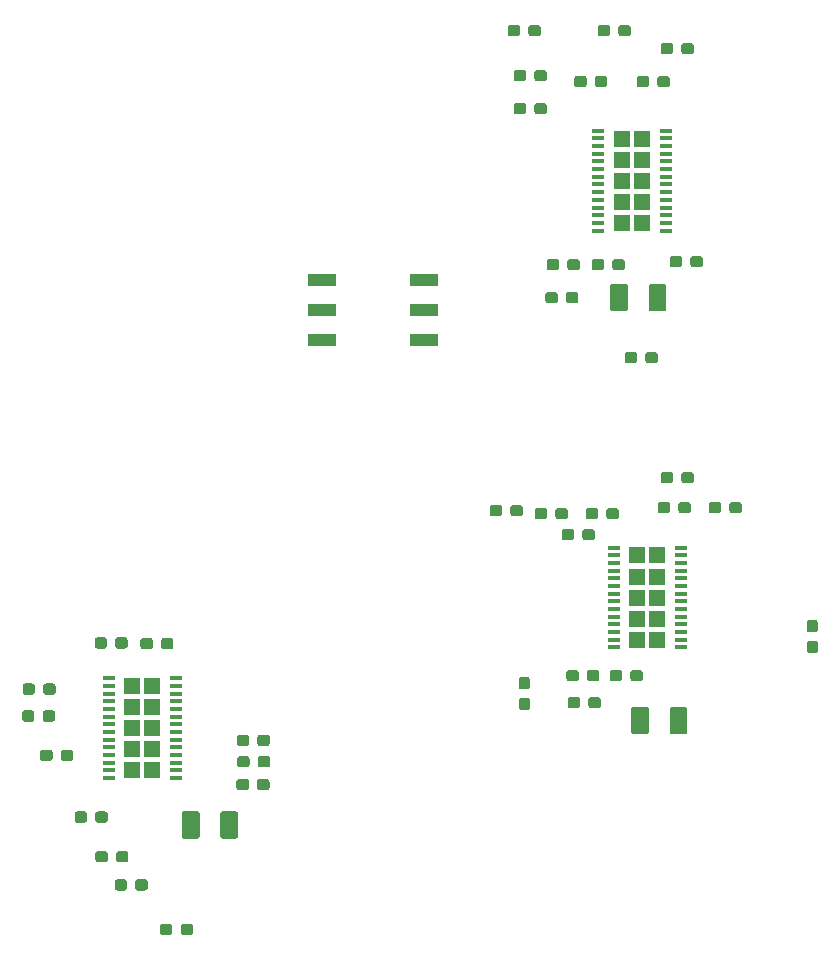
<source format=gbr>
%TF.GenerationSoftware,KiCad,Pcbnew,(5.1.5)-3*%
%TF.CreationDate,2020-03-08T16:26:51+08:00*%
%TF.ProjectId,Misaka,4d697361-6b61-42e6-9b69-6361645f7063,rev?*%
%TF.SameCoordinates,Original*%
%TF.FileFunction,Paste,Bot*%
%TF.FilePolarity,Positive*%
%FSLAX46Y46*%
G04 Gerber Fmt 4.6, Leading zero omitted, Abs format (unit mm)*
G04 Created by KiCad (PCBNEW (5.1.5)-3) date 2020-03-08 16:26:51*
%MOMM*%
%LPD*%
G04 APERTURE LIST*
%ADD10C,0.350000*%
%ADD11R,1.400000X1.400000*%
%ADD12R,1.100000X0.400000*%
%ADD13R,2.440000X1.120000*%
G04 APERTURE END LIST*
D10*
G36*
X41385779Y-98476144D02*
G01*
X41408834Y-98479563D01*
X41431443Y-98485227D01*
X41453387Y-98493079D01*
X41474457Y-98503044D01*
X41494448Y-98515026D01*
X41513168Y-98528910D01*
X41530438Y-98544562D01*
X41546090Y-98561832D01*
X41559974Y-98580552D01*
X41571956Y-98600543D01*
X41581921Y-98621613D01*
X41589773Y-98643557D01*
X41595437Y-98666166D01*
X41598856Y-98689221D01*
X41600000Y-98712500D01*
X41600000Y-99187500D01*
X41598856Y-99210779D01*
X41595437Y-99233834D01*
X41589773Y-99256443D01*
X41581921Y-99278387D01*
X41571956Y-99299457D01*
X41559974Y-99319448D01*
X41546090Y-99338168D01*
X41530438Y-99355438D01*
X41513168Y-99371090D01*
X41494448Y-99384974D01*
X41474457Y-99396956D01*
X41453387Y-99406921D01*
X41431443Y-99414773D01*
X41408834Y-99420437D01*
X41385779Y-99423856D01*
X41362500Y-99425000D01*
X40787500Y-99425000D01*
X40764221Y-99423856D01*
X40741166Y-99420437D01*
X40718557Y-99414773D01*
X40696613Y-99406921D01*
X40675543Y-99396956D01*
X40655552Y-99384974D01*
X40636832Y-99371090D01*
X40619562Y-99355438D01*
X40603910Y-99338168D01*
X40590026Y-99319448D01*
X40578044Y-99299457D01*
X40568079Y-99278387D01*
X40560227Y-99256443D01*
X40554563Y-99233834D01*
X40551144Y-99210779D01*
X40550000Y-99187500D01*
X40550000Y-98712500D01*
X40551144Y-98689221D01*
X40554563Y-98666166D01*
X40560227Y-98643557D01*
X40568079Y-98621613D01*
X40578044Y-98600543D01*
X40590026Y-98580552D01*
X40603910Y-98561832D01*
X40619562Y-98544562D01*
X40636832Y-98528910D01*
X40655552Y-98515026D01*
X40675543Y-98503044D01*
X40696613Y-98493079D01*
X40718557Y-98485227D01*
X40741166Y-98479563D01*
X40764221Y-98476144D01*
X40787500Y-98475000D01*
X41362500Y-98475000D01*
X41385779Y-98476144D01*
G37*
G36*
X43135779Y-98476144D02*
G01*
X43158834Y-98479563D01*
X43181443Y-98485227D01*
X43203387Y-98493079D01*
X43224457Y-98503044D01*
X43244448Y-98515026D01*
X43263168Y-98528910D01*
X43280438Y-98544562D01*
X43296090Y-98561832D01*
X43309974Y-98580552D01*
X43321956Y-98600543D01*
X43331921Y-98621613D01*
X43339773Y-98643557D01*
X43345437Y-98666166D01*
X43348856Y-98689221D01*
X43350000Y-98712500D01*
X43350000Y-99187500D01*
X43348856Y-99210779D01*
X43345437Y-99233834D01*
X43339773Y-99256443D01*
X43331921Y-99278387D01*
X43321956Y-99299457D01*
X43309974Y-99319448D01*
X43296090Y-99338168D01*
X43280438Y-99355438D01*
X43263168Y-99371090D01*
X43244448Y-99384974D01*
X43224457Y-99396956D01*
X43203387Y-99406921D01*
X43181443Y-99414773D01*
X43158834Y-99420437D01*
X43135779Y-99423856D01*
X43112500Y-99425000D01*
X42537500Y-99425000D01*
X42514221Y-99423856D01*
X42491166Y-99420437D01*
X42468557Y-99414773D01*
X42446613Y-99406921D01*
X42425543Y-99396956D01*
X42405552Y-99384974D01*
X42386832Y-99371090D01*
X42369562Y-99355438D01*
X42353910Y-99338168D01*
X42340026Y-99319448D01*
X42328044Y-99299457D01*
X42318079Y-99278387D01*
X42310227Y-99256443D01*
X42304563Y-99233834D01*
X42301144Y-99210779D01*
X42300000Y-99187500D01*
X42300000Y-98712500D01*
X42301144Y-98689221D01*
X42304563Y-98666166D01*
X42310227Y-98643557D01*
X42318079Y-98621613D01*
X42328044Y-98600543D01*
X42340026Y-98580552D01*
X42353910Y-98561832D01*
X42369562Y-98544562D01*
X42386832Y-98528910D01*
X42405552Y-98515026D01*
X42425543Y-98503044D01*
X42446613Y-98493079D01*
X42468557Y-98485227D01*
X42491166Y-98479563D01*
X42514221Y-98476144D01*
X42537500Y-98475000D01*
X43112500Y-98475000D01*
X43135779Y-98476144D01*
G37*
G36*
X95113504Y-94838204D02*
G01*
X95137773Y-94841804D01*
X95161571Y-94847765D01*
X95184671Y-94856030D01*
X95206849Y-94866520D01*
X95227893Y-94879133D01*
X95247598Y-94893747D01*
X95265777Y-94910223D01*
X95282253Y-94928402D01*
X95296867Y-94948107D01*
X95309480Y-94969151D01*
X95319970Y-94991329D01*
X95328235Y-95014429D01*
X95334196Y-95038227D01*
X95337796Y-95062496D01*
X95339000Y-95087000D01*
X95339000Y-96937000D01*
X95337796Y-96961504D01*
X95334196Y-96985773D01*
X95328235Y-97009571D01*
X95319970Y-97032671D01*
X95309480Y-97054849D01*
X95296867Y-97075893D01*
X95282253Y-97095598D01*
X95265777Y-97113777D01*
X95247598Y-97130253D01*
X95227893Y-97144867D01*
X95206849Y-97157480D01*
X95184671Y-97167970D01*
X95161571Y-97176235D01*
X95137773Y-97182196D01*
X95113504Y-97185796D01*
X95089000Y-97187000D01*
X94089000Y-97187000D01*
X94064496Y-97185796D01*
X94040227Y-97182196D01*
X94016429Y-97176235D01*
X93993329Y-97167970D01*
X93971151Y-97157480D01*
X93950107Y-97144867D01*
X93930402Y-97130253D01*
X93912223Y-97113777D01*
X93895747Y-97095598D01*
X93881133Y-97075893D01*
X93868520Y-97054849D01*
X93858030Y-97032671D01*
X93849765Y-97009571D01*
X93843804Y-96985773D01*
X93840204Y-96961504D01*
X93839000Y-96937000D01*
X93839000Y-95087000D01*
X93840204Y-95062496D01*
X93843804Y-95038227D01*
X93849765Y-95014429D01*
X93858030Y-94991329D01*
X93868520Y-94969151D01*
X93881133Y-94948107D01*
X93895747Y-94928402D01*
X93912223Y-94910223D01*
X93930402Y-94893747D01*
X93950107Y-94879133D01*
X93971151Y-94866520D01*
X93993329Y-94856030D01*
X94016429Y-94847765D01*
X94040227Y-94841804D01*
X94064496Y-94838204D01*
X94089000Y-94837000D01*
X95089000Y-94837000D01*
X95113504Y-94838204D01*
G37*
G36*
X91863504Y-94838204D02*
G01*
X91887773Y-94841804D01*
X91911571Y-94847765D01*
X91934671Y-94856030D01*
X91956849Y-94866520D01*
X91977893Y-94879133D01*
X91997598Y-94893747D01*
X92015777Y-94910223D01*
X92032253Y-94928402D01*
X92046867Y-94948107D01*
X92059480Y-94969151D01*
X92069970Y-94991329D01*
X92078235Y-95014429D01*
X92084196Y-95038227D01*
X92087796Y-95062496D01*
X92089000Y-95087000D01*
X92089000Y-96937000D01*
X92087796Y-96961504D01*
X92084196Y-96985773D01*
X92078235Y-97009571D01*
X92069970Y-97032671D01*
X92059480Y-97054849D01*
X92046867Y-97075893D01*
X92032253Y-97095598D01*
X92015777Y-97113777D01*
X91997598Y-97130253D01*
X91977893Y-97144867D01*
X91956849Y-97157480D01*
X91934671Y-97167970D01*
X91911571Y-97176235D01*
X91887773Y-97182196D01*
X91863504Y-97185796D01*
X91839000Y-97187000D01*
X90839000Y-97187000D01*
X90814496Y-97185796D01*
X90790227Y-97182196D01*
X90766429Y-97176235D01*
X90743329Y-97167970D01*
X90721151Y-97157480D01*
X90700107Y-97144867D01*
X90680402Y-97130253D01*
X90662223Y-97113777D01*
X90645747Y-97095598D01*
X90631133Y-97075893D01*
X90618520Y-97054849D01*
X90608030Y-97032671D01*
X90599765Y-97009571D01*
X90593804Y-96985773D01*
X90590204Y-96961504D01*
X90589000Y-96937000D01*
X90589000Y-95087000D01*
X90590204Y-95062496D01*
X90593804Y-95038227D01*
X90599765Y-95014429D01*
X90608030Y-94991329D01*
X90618520Y-94969151D01*
X90631133Y-94948107D01*
X90645747Y-94928402D01*
X90662223Y-94910223D01*
X90680402Y-94893747D01*
X90700107Y-94879133D01*
X90721151Y-94866520D01*
X90743329Y-94856030D01*
X90766429Y-94847765D01*
X90790227Y-94841804D01*
X90814496Y-94838204D01*
X90839000Y-94837000D01*
X91839000Y-94837000D01*
X91863504Y-94838204D01*
G37*
G36*
X93335504Y-59024204D02*
G01*
X93359773Y-59027804D01*
X93383571Y-59033765D01*
X93406671Y-59042030D01*
X93428849Y-59052520D01*
X93449893Y-59065133D01*
X93469598Y-59079747D01*
X93487777Y-59096223D01*
X93504253Y-59114402D01*
X93518867Y-59134107D01*
X93531480Y-59155151D01*
X93541970Y-59177329D01*
X93550235Y-59200429D01*
X93556196Y-59224227D01*
X93559796Y-59248496D01*
X93561000Y-59273000D01*
X93561000Y-61123000D01*
X93559796Y-61147504D01*
X93556196Y-61171773D01*
X93550235Y-61195571D01*
X93541970Y-61218671D01*
X93531480Y-61240849D01*
X93518867Y-61261893D01*
X93504253Y-61281598D01*
X93487777Y-61299777D01*
X93469598Y-61316253D01*
X93449893Y-61330867D01*
X93428849Y-61343480D01*
X93406671Y-61353970D01*
X93383571Y-61362235D01*
X93359773Y-61368196D01*
X93335504Y-61371796D01*
X93311000Y-61373000D01*
X92311000Y-61373000D01*
X92286496Y-61371796D01*
X92262227Y-61368196D01*
X92238429Y-61362235D01*
X92215329Y-61353970D01*
X92193151Y-61343480D01*
X92172107Y-61330867D01*
X92152402Y-61316253D01*
X92134223Y-61299777D01*
X92117747Y-61281598D01*
X92103133Y-61261893D01*
X92090520Y-61240849D01*
X92080030Y-61218671D01*
X92071765Y-61195571D01*
X92065804Y-61171773D01*
X92062204Y-61147504D01*
X92061000Y-61123000D01*
X92061000Y-59273000D01*
X92062204Y-59248496D01*
X92065804Y-59224227D01*
X92071765Y-59200429D01*
X92080030Y-59177329D01*
X92090520Y-59155151D01*
X92103133Y-59134107D01*
X92117747Y-59114402D01*
X92134223Y-59096223D01*
X92152402Y-59079747D01*
X92172107Y-59065133D01*
X92193151Y-59052520D01*
X92215329Y-59042030D01*
X92238429Y-59033765D01*
X92262227Y-59027804D01*
X92286496Y-59024204D01*
X92311000Y-59023000D01*
X93311000Y-59023000D01*
X93335504Y-59024204D01*
G37*
G36*
X90085504Y-59024204D02*
G01*
X90109773Y-59027804D01*
X90133571Y-59033765D01*
X90156671Y-59042030D01*
X90178849Y-59052520D01*
X90199893Y-59065133D01*
X90219598Y-59079747D01*
X90237777Y-59096223D01*
X90254253Y-59114402D01*
X90268867Y-59134107D01*
X90281480Y-59155151D01*
X90291970Y-59177329D01*
X90300235Y-59200429D01*
X90306196Y-59224227D01*
X90309796Y-59248496D01*
X90311000Y-59273000D01*
X90311000Y-61123000D01*
X90309796Y-61147504D01*
X90306196Y-61171773D01*
X90300235Y-61195571D01*
X90291970Y-61218671D01*
X90281480Y-61240849D01*
X90268867Y-61261893D01*
X90254253Y-61281598D01*
X90237777Y-61299777D01*
X90219598Y-61316253D01*
X90199893Y-61330867D01*
X90178849Y-61343480D01*
X90156671Y-61353970D01*
X90133571Y-61362235D01*
X90109773Y-61368196D01*
X90085504Y-61371796D01*
X90061000Y-61373000D01*
X89061000Y-61373000D01*
X89036496Y-61371796D01*
X89012227Y-61368196D01*
X88988429Y-61362235D01*
X88965329Y-61353970D01*
X88943151Y-61343480D01*
X88922107Y-61330867D01*
X88902402Y-61316253D01*
X88884223Y-61299777D01*
X88867747Y-61281598D01*
X88853133Y-61261893D01*
X88840520Y-61240849D01*
X88830030Y-61218671D01*
X88821765Y-61195571D01*
X88815804Y-61171773D01*
X88812204Y-61147504D01*
X88811000Y-61123000D01*
X88811000Y-59273000D01*
X88812204Y-59248496D01*
X88815804Y-59224227D01*
X88821765Y-59200429D01*
X88830030Y-59177329D01*
X88840520Y-59155151D01*
X88853133Y-59134107D01*
X88867747Y-59114402D01*
X88884223Y-59096223D01*
X88902402Y-59079747D01*
X88922107Y-59065133D01*
X88943151Y-59052520D01*
X88965329Y-59042030D01*
X88988429Y-59033765D01*
X89012227Y-59027804D01*
X89036496Y-59024204D01*
X89061000Y-59023000D01*
X90061000Y-59023000D01*
X90085504Y-59024204D01*
G37*
G36*
X57079504Y-103676204D02*
G01*
X57103773Y-103679804D01*
X57127571Y-103685765D01*
X57150671Y-103694030D01*
X57172849Y-103704520D01*
X57193893Y-103717133D01*
X57213598Y-103731747D01*
X57231777Y-103748223D01*
X57248253Y-103766402D01*
X57262867Y-103786107D01*
X57275480Y-103807151D01*
X57285970Y-103829329D01*
X57294235Y-103852429D01*
X57300196Y-103876227D01*
X57303796Y-103900496D01*
X57305000Y-103925000D01*
X57305000Y-105775000D01*
X57303796Y-105799504D01*
X57300196Y-105823773D01*
X57294235Y-105847571D01*
X57285970Y-105870671D01*
X57275480Y-105892849D01*
X57262867Y-105913893D01*
X57248253Y-105933598D01*
X57231777Y-105951777D01*
X57213598Y-105968253D01*
X57193893Y-105982867D01*
X57172849Y-105995480D01*
X57150671Y-106005970D01*
X57127571Y-106014235D01*
X57103773Y-106020196D01*
X57079504Y-106023796D01*
X57055000Y-106025000D01*
X56055000Y-106025000D01*
X56030496Y-106023796D01*
X56006227Y-106020196D01*
X55982429Y-106014235D01*
X55959329Y-106005970D01*
X55937151Y-105995480D01*
X55916107Y-105982867D01*
X55896402Y-105968253D01*
X55878223Y-105951777D01*
X55861747Y-105933598D01*
X55847133Y-105913893D01*
X55834520Y-105892849D01*
X55824030Y-105870671D01*
X55815765Y-105847571D01*
X55809804Y-105823773D01*
X55806204Y-105799504D01*
X55805000Y-105775000D01*
X55805000Y-103925000D01*
X55806204Y-103900496D01*
X55809804Y-103876227D01*
X55815765Y-103852429D01*
X55824030Y-103829329D01*
X55834520Y-103807151D01*
X55847133Y-103786107D01*
X55861747Y-103766402D01*
X55878223Y-103748223D01*
X55896402Y-103731747D01*
X55916107Y-103717133D01*
X55937151Y-103704520D01*
X55959329Y-103694030D01*
X55982429Y-103685765D01*
X56006227Y-103679804D01*
X56030496Y-103676204D01*
X56055000Y-103675000D01*
X57055000Y-103675000D01*
X57079504Y-103676204D01*
G37*
G36*
X53829504Y-103676204D02*
G01*
X53853773Y-103679804D01*
X53877571Y-103685765D01*
X53900671Y-103694030D01*
X53922849Y-103704520D01*
X53943893Y-103717133D01*
X53963598Y-103731747D01*
X53981777Y-103748223D01*
X53998253Y-103766402D01*
X54012867Y-103786107D01*
X54025480Y-103807151D01*
X54035970Y-103829329D01*
X54044235Y-103852429D01*
X54050196Y-103876227D01*
X54053796Y-103900496D01*
X54055000Y-103925000D01*
X54055000Y-105775000D01*
X54053796Y-105799504D01*
X54050196Y-105823773D01*
X54044235Y-105847571D01*
X54035970Y-105870671D01*
X54025480Y-105892849D01*
X54012867Y-105913893D01*
X53998253Y-105933598D01*
X53981777Y-105951777D01*
X53963598Y-105968253D01*
X53943893Y-105982867D01*
X53922849Y-105995480D01*
X53900671Y-106005970D01*
X53877571Y-106014235D01*
X53853773Y-106020196D01*
X53829504Y-106023796D01*
X53805000Y-106025000D01*
X52805000Y-106025000D01*
X52780496Y-106023796D01*
X52756227Y-106020196D01*
X52732429Y-106014235D01*
X52709329Y-106005970D01*
X52687151Y-105995480D01*
X52666107Y-105982867D01*
X52646402Y-105968253D01*
X52628223Y-105951777D01*
X52611747Y-105933598D01*
X52597133Y-105913893D01*
X52584520Y-105892849D01*
X52574030Y-105870671D01*
X52565765Y-105847571D01*
X52559804Y-105823773D01*
X52556204Y-105799504D01*
X52555000Y-105775000D01*
X52555000Y-103925000D01*
X52556204Y-103900496D01*
X52559804Y-103876227D01*
X52565765Y-103852429D01*
X52574030Y-103829329D01*
X52584520Y-103807151D01*
X52597133Y-103786107D01*
X52611747Y-103766402D01*
X52628223Y-103748223D01*
X52646402Y-103731747D01*
X52666107Y-103717133D01*
X52687151Y-103704520D01*
X52709329Y-103694030D01*
X52732429Y-103685765D01*
X52756227Y-103679804D01*
X52780496Y-103676204D01*
X52805000Y-103675000D01*
X53805000Y-103675000D01*
X53829504Y-103676204D01*
G37*
D11*
X91098000Y-82038000D03*
X92798000Y-82038000D03*
X91098000Y-83818000D03*
X92798000Y-83818000D03*
X91098000Y-85598000D03*
X92798000Y-85598000D03*
X91098000Y-87378000D03*
X92798000Y-87378000D03*
X92798000Y-89158000D03*
X91098000Y-89158000D03*
D12*
X94798000Y-89823000D03*
X94798000Y-89173000D03*
X94798000Y-88523000D03*
X94798000Y-87873000D03*
X94798000Y-87223000D03*
X94798000Y-86573000D03*
X94798000Y-85923000D03*
X94798000Y-85273000D03*
X94798000Y-84623000D03*
X94798000Y-83973000D03*
X94798000Y-83323000D03*
X94798000Y-82673000D03*
X94798000Y-82023000D03*
X94798000Y-81373000D03*
X89098000Y-81373000D03*
X89098000Y-82023000D03*
X89098000Y-82673000D03*
X89098000Y-83323000D03*
X89098000Y-83973000D03*
X89098000Y-84623000D03*
X89098000Y-85273000D03*
X89098000Y-85923000D03*
X89098000Y-86573000D03*
X89098000Y-87223000D03*
X89098000Y-87873000D03*
X89098000Y-88523000D03*
X89098000Y-89173000D03*
X89098000Y-89823000D03*
D11*
X89810000Y-46740000D03*
X91510000Y-46740000D03*
X89810000Y-48520000D03*
X91510000Y-48520000D03*
X89810000Y-50300000D03*
X91510000Y-50300000D03*
X89810000Y-52080000D03*
X91510000Y-52080000D03*
X91510000Y-53860000D03*
X89810000Y-53860000D03*
D12*
X93510000Y-54525000D03*
X93510000Y-53875000D03*
X93510000Y-53225000D03*
X93510000Y-52575000D03*
X93510000Y-51925000D03*
X93510000Y-51275000D03*
X93510000Y-50625000D03*
X93510000Y-49975000D03*
X93510000Y-49325000D03*
X93510000Y-48675000D03*
X93510000Y-48025000D03*
X93510000Y-47375000D03*
X93510000Y-46725000D03*
X93510000Y-46075000D03*
X87810000Y-46075000D03*
X87810000Y-46725000D03*
X87810000Y-47375000D03*
X87810000Y-48025000D03*
X87810000Y-48675000D03*
X87810000Y-49325000D03*
X87810000Y-49975000D03*
X87810000Y-50625000D03*
X87810000Y-51275000D03*
X87810000Y-51925000D03*
X87810000Y-52575000D03*
X87810000Y-53225000D03*
X87810000Y-53875000D03*
X87810000Y-54525000D03*
D11*
X48340000Y-93105000D03*
X50040000Y-93105000D03*
X48340000Y-94885000D03*
X50040000Y-94885000D03*
X48340000Y-96665000D03*
X50040000Y-96665000D03*
X48340000Y-98445000D03*
X50040000Y-98445000D03*
X50040000Y-100225000D03*
X48340000Y-100225000D03*
D12*
X52040000Y-100890000D03*
X52040000Y-100240000D03*
X52040000Y-99590000D03*
X52040000Y-98940000D03*
X52040000Y-98290000D03*
X52040000Y-97640000D03*
X52040000Y-96990000D03*
X52040000Y-96340000D03*
X52040000Y-95690000D03*
X52040000Y-95040000D03*
X52040000Y-94390000D03*
X52040000Y-93740000D03*
X52040000Y-93090000D03*
X52040000Y-92440000D03*
X46340000Y-92440000D03*
X46340000Y-93090000D03*
X46340000Y-93740000D03*
X46340000Y-94390000D03*
X46340000Y-95040000D03*
X46340000Y-95690000D03*
X46340000Y-96340000D03*
X46340000Y-96990000D03*
X46340000Y-97640000D03*
X46340000Y-98290000D03*
X46340000Y-98940000D03*
X46340000Y-99590000D03*
X46340000Y-100240000D03*
X46340000Y-100890000D03*
D13*
X73035000Y-63780000D03*
X64425000Y-58700000D03*
X73035000Y-61240000D03*
X64425000Y-61240000D03*
X73035000Y-58700000D03*
X64425000Y-63780000D03*
D10*
G36*
X106178779Y-87501144D02*
G01*
X106201834Y-87504563D01*
X106224443Y-87510227D01*
X106246387Y-87518079D01*
X106267457Y-87528044D01*
X106287448Y-87540026D01*
X106306168Y-87553910D01*
X106323438Y-87569562D01*
X106339090Y-87586832D01*
X106352974Y-87605552D01*
X106364956Y-87625543D01*
X106374921Y-87646613D01*
X106382773Y-87668557D01*
X106388437Y-87691166D01*
X106391856Y-87714221D01*
X106393000Y-87737500D01*
X106393000Y-88312500D01*
X106391856Y-88335779D01*
X106388437Y-88358834D01*
X106382773Y-88381443D01*
X106374921Y-88403387D01*
X106364956Y-88424457D01*
X106352974Y-88444448D01*
X106339090Y-88463168D01*
X106323438Y-88480438D01*
X106306168Y-88496090D01*
X106287448Y-88509974D01*
X106267457Y-88521956D01*
X106246387Y-88531921D01*
X106224443Y-88539773D01*
X106201834Y-88545437D01*
X106178779Y-88548856D01*
X106155500Y-88550000D01*
X105680500Y-88550000D01*
X105657221Y-88548856D01*
X105634166Y-88545437D01*
X105611557Y-88539773D01*
X105589613Y-88531921D01*
X105568543Y-88521956D01*
X105548552Y-88509974D01*
X105529832Y-88496090D01*
X105512562Y-88480438D01*
X105496910Y-88463168D01*
X105483026Y-88444448D01*
X105471044Y-88424457D01*
X105461079Y-88403387D01*
X105453227Y-88381443D01*
X105447563Y-88358834D01*
X105444144Y-88335779D01*
X105443000Y-88312500D01*
X105443000Y-87737500D01*
X105444144Y-87714221D01*
X105447563Y-87691166D01*
X105453227Y-87668557D01*
X105461079Y-87646613D01*
X105471044Y-87625543D01*
X105483026Y-87605552D01*
X105496910Y-87586832D01*
X105512562Y-87569562D01*
X105529832Y-87553910D01*
X105548552Y-87540026D01*
X105568543Y-87528044D01*
X105589613Y-87518079D01*
X105611557Y-87510227D01*
X105634166Y-87504563D01*
X105657221Y-87501144D01*
X105680500Y-87500000D01*
X106155500Y-87500000D01*
X106178779Y-87501144D01*
G37*
G36*
X106178779Y-89251144D02*
G01*
X106201834Y-89254563D01*
X106224443Y-89260227D01*
X106246387Y-89268079D01*
X106267457Y-89278044D01*
X106287448Y-89290026D01*
X106306168Y-89303910D01*
X106323438Y-89319562D01*
X106339090Y-89336832D01*
X106352974Y-89355552D01*
X106364956Y-89375543D01*
X106374921Y-89396613D01*
X106382773Y-89418557D01*
X106388437Y-89441166D01*
X106391856Y-89464221D01*
X106393000Y-89487500D01*
X106393000Y-90062500D01*
X106391856Y-90085779D01*
X106388437Y-90108834D01*
X106382773Y-90131443D01*
X106374921Y-90153387D01*
X106364956Y-90174457D01*
X106352974Y-90194448D01*
X106339090Y-90213168D01*
X106323438Y-90230438D01*
X106306168Y-90246090D01*
X106287448Y-90259974D01*
X106267457Y-90271956D01*
X106246387Y-90281921D01*
X106224443Y-90289773D01*
X106201834Y-90295437D01*
X106178779Y-90298856D01*
X106155500Y-90300000D01*
X105680500Y-90300000D01*
X105657221Y-90298856D01*
X105634166Y-90295437D01*
X105611557Y-90289773D01*
X105589613Y-90281921D01*
X105568543Y-90271956D01*
X105548552Y-90259974D01*
X105529832Y-90246090D01*
X105512562Y-90230438D01*
X105496910Y-90213168D01*
X105483026Y-90194448D01*
X105471044Y-90174457D01*
X105461079Y-90153387D01*
X105453227Y-90131443D01*
X105447563Y-90108834D01*
X105444144Y-90085779D01*
X105443000Y-90062500D01*
X105443000Y-89487500D01*
X105444144Y-89464221D01*
X105447563Y-89441166D01*
X105453227Y-89418557D01*
X105461079Y-89396613D01*
X105471044Y-89375543D01*
X105483026Y-89355552D01*
X105496910Y-89336832D01*
X105512562Y-89319562D01*
X105529832Y-89303910D01*
X105548552Y-89290026D01*
X105568543Y-89278044D01*
X105589613Y-89268079D01*
X105611557Y-89260227D01*
X105634166Y-89254563D01*
X105657221Y-89251144D01*
X105680500Y-89250000D01*
X106155500Y-89250000D01*
X106178779Y-89251144D01*
G37*
G36*
X97987779Y-77504144D02*
G01*
X98010834Y-77507563D01*
X98033443Y-77513227D01*
X98055387Y-77521079D01*
X98076457Y-77531044D01*
X98096448Y-77543026D01*
X98115168Y-77556910D01*
X98132438Y-77572562D01*
X98148090Y-77589832D01*
X98161974Y-77608552D01*
X98173956Y-77628543D01*
X98183921Y-77649613D01*
X98191773Y-77671557D01*
X98197437Y-77694166D01*
X98200856Y-77717221D01*
X98202000Y-77740500D01*
X98202000Y-78215500D01*
X98200856Y-78238779D01*
X98197437Y-78261834D01*
X98191773Y-78284443D01*
X98183921Y-78306387D01*
X98173956Y-78327457D01*
X98161974Y-78347448D01*
X98148090Y-78366168D01*
X98132438Y-78383438D01*
X98115168Y-78399090D01*
X98096448Y-78412974D01*
X98076457Y-78424956D01*
X98055387Y-78434921D01*
X98033443Y-78442773D01*
X98010834Y-78448437D01*
X97987779Y-78451856D01*
X97964500Y-78453000D01*
X97389500Y-78453000D01*
X97366221Y-78451856D01*
X97343166Y-78448437D01*
X97320557Y-78442773D01*
X97298613Y-78434921D01*
X97277543Y-78424956D01*
X97257552Y-78412974D01*
X97238832Y-78399090D01*
X97221562Y-78383438D01*
X97205910Y-78366168D01*
X97192026Y-78347448D01*
X97180044Y-78327457D01*
X97170079Y-78306387D01*
X97162227Y-78284443D01*
X97156563Y-78261834D01*
X97153144Y-78238779D01*
X97152000Y-78215500D01*
X97152000Y-77740500D01*
X97153144Y-77717221D01*
X97156563Y-77694166D01*
X97162227Y-77671557D01*
X97170079Y-77649613D01*
X97180044Y-77628543D01*
X97192026Y-77608552D01*
X97205910Y-77589832D01*
X97221562Y-77572562D01*
X97238832Y-77556910D01*
X97257552Y-77543026D01*
X97277543Y-77531044D01*
X97298613Y-77521079D01*
X97320557Y-77513227D01*
X97343166Y-77507563D01*
X97366221Y-77504144D01*
X97389500Y-77503000D01*
X97964500Y-77503000D01*
X97987779Y-77504144D01*
G37*
G36*
X99737779Y-77504144D02*
G01*
X99760834Y-77507563D01*
X99783443Y-77513227D01*
X99805387Y-77521079D01*
X99826457Y-77531044D01*
X99846448Y-77543026D01*
X99865168Y-77556910D01*
X99882438Y-77572562D01*
X99898090Y-77589832D01*
X99911974Y-77608552D01*
X99923956Y-77628543D01*
X99933921Y-77649613D01*
X99941773Y-77671557D01*
X99947437Y-77694166D01*
X99950856Y-77717221D01*
X99952000Y-77740500D01*
X99952000Y-78215500D01*
X99950856Y-78238779D01*
X99947437Y-78261834D01*
X99941773Y-78284443D01*
X99933921Y-78306387D01*
X99923956Y-78327457D01*
X99911974Y-78347448D01*
X99898090Y-78366168D01*
X99882438Y-78383438D01*
X99865168Y-78399090D01*
X99846448Y-78412974D01*
X99826457Y-78424956D01*
X99805387Y-78434921D01*
X99783443Y-78442773D01*
X99760834Y-78448437D01*
X99737779Y-78451856D01*
X99714500Y-78453000D01*
X99139500Y-78453000D01*
X99116221Y-78451856D01*
X99093166Y-78448437D01*
X99070557Y-78442773D01*
X99048613Y-78434921D01*
X99027543Y-78424956D01*
X99007552Y-78412974D01*
X98988832Y-78399090D01*
X98971562Y-78383438D01*
X98955910Y-78366168D01*
X98942026Y-78347448D01*
X98930044Y-78327457D01*
X98920079Y-78306387D01*
X98912227Y-78284443D01*
X98906563Y-78261834D01*
X98903144Y-78238779D01*
X98902000Y-78215500D01*
X98902000Y-77740500D01*
X98903144Y-77717221D01*
X98906563Y-77694166D01*
X98912227Y-77671557D01*
X98920079Y-77649613D01*
X98930044Y-77628543D01*
X98942026Y-77608552D01*
X98955910Y-77589832D01*
X98971562Y-77572562D01*
X98988832Y-77556910D01*
X99007552Y-77543026D01*
X99027543Y-77531044D01*
X99048613Y-77521079D01*
X99070557Y-77513227D01*
X99093166Y-77507563D01*
X99116221Y-77504144D01*
X99139500Y-77503000D01*
X99714500Y-77503000D01*
X99737779Y-77504144D01*
G37*
G36*
X81195779Y-77758144D02*
G01*
X81218834Y-77761563D01*
X81241443Y-77767227D01*
X81263387Y-77775079D01*
X81284457Y-77785044D01*
X81304448Y-77797026D01*
X81323168Y-77810910D01*
X81340438Y-77826562D01*
X81356090Y-77843832D01*
X81369974Y-77862552D01*
X81381956Y-77882543D01*
X81391921Y-77903613D01*
X81399773Y-77925557D01*
X81405437Y-77948166D01*
X81408856Y-77971221D01*
X81410000Y-77994500D01*
X81410000Y-78469500D01*
X81408856Y-78492779D01*
X81405437Y-78515834D01*
X81399773Y-78538443D01*
X81391921Y-78560387D01*
X81381956Y-78581457D01*
X81369974Y-78601448D01*
X81356090Y-78620168D01*
X81340438Y-78637438D01*
X81323168Y-78653090D01*
X81304448Y-78666974D01*
X81284457Y-78678956D01*
X81263387Y-78688921D01*
X81241443Y-78696773D01*
X81218834Y-78702437D01*
X81195779Y-78705856D01*
X81172500Y-78707000D01*
X80597500Y-78707000D01*
X80574221Y-78705856D01*
X80551166Y-78702437D01*
X80528557Y-78696773D01*
X80506613Y-78688921D01*
X80485543Y-78678956D01*
X80465552Y-78666974D01*
X80446832Y-78653090D01*
X80429562Y-78637438D01*
X80413910Y-78620168D01*
X80400026Y-78601448D01*
X80388044Y-78581457D01*
X80378079Y-78560387D01*
X80370227Y-78538443D01*
X80364563Y-78515834D01*
X80361144Y-78492779D01*
X80360000Y-78469500D01*
X80360000Y-77994500D01*
X80361144Y-77971221D01*
X80364563Y-77948166D01*
X80370227Y-77925557D01*
X80378079Y-77903613D01*
X80388044Y-77882543D01*
X80400026Y-77862552D01*
X80413910Y-77843832D01*
X80429562Y-77826562D01*
X80446832Y-77810910D01*
X80465552Y-77797026D01*
X80485543Y-77785044D01*
X80506613Y-77775079D01*
X80528557Y-77767227D01*
X80551166Y-77761563D01*
X80574221Y-77758144D01*
X80597500Y-77757000D01*
X81172500Y-77757000D01*
X81195779Y-77758144D01*
G37*
G36*
X79445779Y-77758144D02*
G01*
X79468834Y-77761563D01*
X79491443Y-77767227D01*
X79513387Y-77775079D01*
X79534457Y-77785044D01*
X79554448Y-77797026D01*
X79573168Y-77810910D01*
X79590438Y-77826562D01*
X79606090Y-77843832D01*
X79619974Y-77862552D01*
X79631956Y-77882543D01*
X79641921Y-77903613D01*
X79649773Y-77925557D01*
X79655437Y-77948166D01*
X79658856Y-77971221D01*
X79660000Y-77994500D01*
X79660000Y-78469500D01*
X79658856Y-78492779D01*
X79655437Y-78515834D01*
X79649773Y-78538443D01*
X79641921Y-78560387D01*
X79631956Y-78581457D01*
X79619974Y-78601448D01*
X79606090Y-78620168D01*
X79590438Y-78637438D01*
X79573168Y-78653090D01*
X79554448Y-78666974D01*
X79534457Y-78678956D01*
X79513387Y-78688921D01*
X79491443Y-78696773D01*
X79468834Y-78702437D01*
X79445779Y-78705856D01*
X79422500Y-78707000D01*
X78847500Y-78707000D01*
X78824221Y-78705856D01*
X78801166Y-78702437D01*
X78778557Y-78696773D01*
X78756613Y-78688921D01*
X78735543Y-78678956D01*
X78715552Y-78666974D01*
X78696832Y-78653090D01*
X78679562Y-78637438D01*
X78663910Y-78620168D01*
X78650026Y-78601448D01*
X78638044Y-78581457D01*
X78628079Y-78560387D01*
X78620227Y-78538443D01*
X78614563Y-78515834D01*
X78611144Y-78492779D01*
X78610000Y-78469500D01*
X78610000Y-77994500D01*
X78611144Y-77971221D01*
X78614563Y-77948166D01*
X78620227Y-77925557D01*
X78628079Y-77903613D01*
X78638044Y-77882543D01*
X78650026Y-77862552D01*
X78663910Y-77843832D01*
X78679562Y-77826562D01*
X78696832Y-77810910D01*
X78715552Y-77797026D01*
X78735543Y-77785044D01*
X78756613Y-77775079D01*
X78778557Y-77767227D01*
X78801166Y-77761563D01*
X78824221Y-77758144D01*
X78847500Y-77757000D01*
X79422500Y-77757000D01*
X79445779Y-77758144D01*
G37*
G36*
X85005779Y-78012144D02*
G01*
X85028834Y-78015563D01*
X85051443Y-78021227D01*
X85073387Y-78029079D01*
X85094457Y-78039044D01*
X85114448Y-78051026D01*
X85133168Y-78064910D01*
X85150438Y-78080562D01*
X85166090Y-78097832D01*
X85179974Y-78116552D01*
X85191956Y-78136543D01*
X85201921Y-78157613D01*
X85209773Y-78179557D01*
X85215437Y-78202166D01*
X85218856Y-78225221D01*
X85220000Y-78248500D01*
X85220000Y-78723500D01*
X85218856Y-78746779D01*
X85215437Y-78769834D01*
X85209773Y-78792443D01*
X85201921Y-78814387D01*
X85191956Y-78835457D01*
X85179974Y-78855448D01*
X85166090Y-78874168D01*
X85150438Y-78891438D01*
X85133168Y-78907090D01*
X85114448Y-78920974D01*
X85094457Y-78932956D01*
X85073387Y-78942921D01*
X85051443Y-78950773D01*
X85028834Y-78956437D01*
X85005779Y-78959856D01*
X84982500Y-78961000D01*
X84407500Y-78961000D01*
X84384221Y-78959856D01*
X84361166Y-78956437D01*
X84338557Y-78950773D01*
X84316613Y-78942921D01*
X84295543Y-78932956D01*
X84275552Y-78920974D01*
X84256832Y-78907090D01*
X84239562Y-78891438D01*
X84223910Y-78874168D01*
X84210026Y-78855448D01*
X84198044Y-78835457D01*
X84188079Y-78814387D01*
X84180227Y-78792443D01*
X84174563Y-78769834D01*
X84171144Y-78746779D01*
X84170000Y-78723500D01*
X84170000Y-78248500D01*
X84171144Y-78225221D01*
X84174563Y-78202166D01*
X84180227Y-78179557D01*
X84188079Y-78157613D01*
X84198044Y-78136543D01*
X84210026Y-78116552D01*
X84223910Y-78097832D01*
X84239562Y-78080562D01*
X84256832Y-78064910D01*
X84275552Y-78051026D01*
X84295543Y-78039044D01*
X84316613Y-78029079D01*
X84338557Y-78021227D01*
X84361166Y-78015563D01*
X84384221Y-78012144D01*
X84407500Y-78011000D01*
X84982500Y-78011000D01*
X85005779Y-78012144D01*
G37*
G36*
X83255779Y-78012144D02*
G01*
X83278834Y-78015563D01*
X83301443Y-78021227D01*
X83323387Y-78029079D01*
X83344457Y-78039044D01*
X83364448Y-78051026D01*
X83383168Y-78064910D01*
X83400438Y-78080562D01*
X83416090Y-78097832D01*
X83429974Y-78116552D01*
X83441956Y-78136543D01*
X83451921Y-78157613D01*
X83459773Y-78179557D01*
X83465437Y-78202166D01*
X83468856Y-78225221D01*
X83470000Y-78248500D01*
X83470000Y-78723500D01*
X83468856Y-78746779D01*
X83465437Y-78769834D01*
X83459773Y-78792443D01*
X83451921Y-78814387D01*
X83441956Y-78835457D01*
X83429974Y-78855448D01*
X83416090Y-78874168D01*
X83400438Y-78891438D01*
X83383168Y-78907090D01*
X83364448Y-78920974D01*
X83344457Y-78932956D01*
X83323387Y-78942921D01*
X83301443Y-78950773D01*
X83278834Y-78956437D01*
X83255779Y-78959856D01*
X83232500Y-78961000D01*
X82657500Y-78961000D01*
X82634221Y-78959856D01*
X82611166Y-78956437D01*
X82588557Y-78950773D01*
X82566613Y-78942921D01*
X82545543Y-78932956D01*
X82525552Y-78920974D01*
X82506832Y-78907090D01*
X82489562Y-78891438D01*
X82473910Y-78874168D01*
X82460026Y-78855448D01*
X82448044Y-78835457D01*
X82438079Y-78814387D01*
X82430227Y-78792443D01*
X82424563Y-78769834D01*
X82421144Y-78746779D01*
X82420000Y-78723500D01*
X82420000Y-78248500D01*
X82421144Y-78225221D01*
X82424563Y-78202166D01*
X82430227Y-78179557D01*
X82438079Y-78157613D01*
X82448044Y-78136543D01*
X82460026Y-78116552D01*
X82473910Y-78097832D01*
X82489562Y-78080562D01*
X82506832Y-78064910D01*
X82525552Y-78051026D01*
X82545543Y-78039044D01*
X82566613Y-78029079D01*
X82588557Y-78021227D01*
X82611166Y-78015563D01*
X82634221Y-78012144D01*
X82657500Y-78011000D01*
X83232500Y-78011000D01*
X83255779Y-78012144D01*
G37*
G36*
X87799779Y-94014144D02*
G01*
X87822834Y-94017563D01*
X87845443Y-94023227D01*
X87867387Y-94031079D01*
X87888457Y-94041044D01*
X87908448Y-94053026D01*
X87927168Y-94066910D01*
X87944438Y-94082562D01*
X87960090Y-94099832D01*
X87973974Y-94118552D01*
X87985956Y-94138543D01*
X87995921Y-94159613D01*
X88003773Y-94181557D01*
X88009437Y-94204166D01*
X88012856Y-94227221D01*
X88014000Y-94250500D01*
X88014000Y-94725500D01*
X88012856Y-94748779D01*
X88009437Y-94771834D01*
X88003773Y-94794443D01*
X87995921Y-94816387D01*
X87985956Y-94837457D01*
X87973974Y-94857448D01*
X87960090Y-94876168D01*
X87944438Y-94893438D01*
X87927168Y-94909090D01*
X87908448Y-94922974D01*
X87888457Y-94934956D01*
X87867387Y-94944921D01*
X87845443Y-94952773D01*
X87822834Y-94958437D01*
X87799779Y-94961856D01*
X87776500Y-94963000D01*
X87201500Y-94963000D01*
X87178221Y-94961856D01*
X87155166Y-94958437D01*
X87132557Y-94952773D01*
X87110613Y-94944921D01*
X87089543Y-94934956D01*
X87069552Y-94922974D01*
X87050832Y-94909090D01*
X87033562Y-94893438D01*
X87017910Y-94876168D01*
X87004026Y-94857448D01*
X86992044Y-94837457D01*
X86982079Y-94816387D01*
X86974227Y-94794443D01*
X86968563Y-94771834D01*
X86965144Y-94748779D01*
X86964000Y-94725500D01*
X86964000Y-94250500D01*
X86965144Y-94227221D01*
X86968563Y-94204166D01*
X86974227Y-94181557D01*
X86982079Y-94159613D01*
X86992044Y-94138543D01*
X87004026Y-94118552D01*
X87017910Y-94099832D01*
X87033562Y-94082562D01*
X87050832Y-94066910D01*
X87069552Y-94053026D01*
X87089543Y-94041044D01*
X87110613Y-94031079D01*
X87132557Y-94023227D01*
X87155166Y-94017563D01*
X87178221Y-94014144D01*
X87201500Y-94013000D01*
X87776500Y-94013000D01*
X87799779Y-94014144D01*
G37*
G36*
X86049779Y-94014144D02*
G01*
X86072834Y-94017563D01*
X86095443Y-94023227D01*
X86117387Y-94031079D01*
X86138457Y-94041044D01*
X86158448Y-94053026D01*
X86177168Y-94066910D01*
X86194438Y-94082562D01*
X86210090Y-94099832D01*
X86223974Y-94118552D01*
X86235956Y-94138543D01*
X86245921Y-94159613D01*
X86253773Y-94181557D01*
X86259437Y-94204166D01*
X86262856Y-94227221D01*
X86264000Y-94250500D01*
X86264000Y-94725500D01*
X86262856Y-94748779D01*
X86259437Y-94771834D01*
X86253773Y-94794443D01*
X86245921Y-94816387D01*
X86235956Y-94837457D01*
X86223974Y-94857448D01*
X86210090Y-94876168D01*
X86194438Y-94893438D01*
X86177168Y-94909090D01*
X86158448Y-94922974D01*
X86138457Y-94934956D01*
X86117387Y-94944921D01*
X86095443Y-94952773D01*
X86072834Y-94958437D01*
X86049779Y-94961856D01*
X86026500Y-94963000D01*
X85451500Y-94963000D01*
X85428221Y-94961856D01*
X85405166Y-94958437D01*
X85382557Y-94952773D01*
X85360613Y-94944921D01*
X85339543Y-94934956D01*
X85319552Y-94922974D01*
X85300832Y-94909090D01*
X85283562Y-94893438D01*
X85267910Y-94876168D01*
X85254026Y-94857448D01*
X85242044Y-94837457D01*
X85232079Y-94816387D01*
X85224227Y-94794443D01*
X85218563Y-94771834D01*
X85215144Y-94748779D01*
X85214000Y-94725500D01*
X85214000Y-94250500D01*
X85215144Y-94227221D01*
X85218563Y-94204166D01*
X85224227Y-94181557D01*
X85232079Y-94159613D01*
X85242044Y-94138543D01*
X85254026Y-94118552D01*
X85267910Y-94099832D01*
X85283562Y-94082562D01*
X85300832Y-94066910D01*
X85319552Y-94053026D01*
X85339543Y-94041044D01*
X85360613Y-94031079D01*
X85382557Y-94023227D01*
X85405166Y-94017563D01*
X85428221Y-94014144D01*
X85451500Y-94013000D01*
X86026500Y-94013000D01*
X86049779Y-94014144D01*
G37*
G36*
X87291779Y-79790144D02*
G01*
X87314834Y-79793563D01*
X87337443Y-79799227D01*
X87359387Y-79807079D01*
X87380457Y-79817044D01*
X87400448Y-79829026D01*
X87419168Y-79842910D01*
X87436438Y-79858562D01*
X87452090Y-79875832D01*
X87465974Y-79894552D01*
X87477956Y-79914543D01*
X87487921Y-79935613D01*
X87495773Y-79957557D01*
X87501437Y-79980166D01*
X87504856Y-80003221D01*
X87506000Y-80026500D01*
X87506000Y-80501500D01*
X87504856Y-80524779D01*
X87501437Y-80547834D01*
X87495773Y-80570443D01*
X87487921Y-80592387D01*
X87477956Y-80613457D01*
X87465974Y-80633448D01*
X87452090Y-80652168D01*
X87436438Y-80669438D01*
X87419168Y-80685090D01*
X87400448Y-80698974D01*
X87380457Y-80710956D01*
X87359387Y-80720921D01*
X87337443Y-80728773D01*
X87314834Y-80734437D01*
X87291779Y-80737856D01*
X87268500Y-80739000D01*
X86693500Y-80739000D01*
X86670221Y-80737856D01*
X86647166Y-80734437D01*
X86624557Y-80728773D01*
X86602613Y-80720921D01*
X86581543Y-80710956D01*
X86561552Y-80698974D01*
X86542832Y-80685090D01*
X86525562Y-80669438D01*
X86509910Y-80652168D01*
X86496026Y-80633448D01*
X86484044Y-80613457D01*
X86474079Y-80592387D01*
X86466227Y-80570443D01*
X86460563Y-80547834D01*
X86457144Y-80524779D01*
X86456000Y-80501500D01*
X86456000Y-80026500D01*
X86457144Y-80003221D01*
X86460563Y-79980166D01*
X86466227Y-79957557D01*
X86474079Y-79935613D01*
X86484044Y-79914543D01*
X86496026Y-79894552D01*
X86509910Y-79875832D01*
X86525562Y-79858562D01*
X86542832Y-79842910D01*
X86561552Y-79829026D01*
X86581543Y-79817044D01*
X86602613Y-79807079D01*
X86624557Y-79799227D01*
X86647166Y-79793563D01*
X86670221Y-79790144D01*
X86693500Y-79789000D01*
X87268500Y-79789000D01*
X87291779Y-79790144D01*
G37*
G36*
X85541779Y-79790144D02*
G01*
X85564834Y-79793563D01*
X85587443Y-79799227D01*
X85609387Y-79807079D01*
X85630457Y-79817044D01*
X85650448Y-79829026D01*
X85669168Y-79842910D01*
X85686438Y-79858562D01*
X85702090Y-79875832D01*
X85715974Y-79894552D01*
X85727956Y-79914543D01*
X85737921Y-79935613D01*
X85745773Y-79957557D01*
X85751437Y-79980166D01*
X85754856Y-80003221D01*
X85756000Y-80026500D01*
X85756000Y-80501500D01*
X85754856Y-80524779D01*
X85751437Y-80547834D01*
X85745773Y-80570443D01*
X85737921Y-80592387D01*
X85727956Y-80613457D01*
X85715974Y-80633448D01*
X85702090Y-80652168D01*
X85686438Y-80669438D01*
X85669168Y-80685090D01*
X85650448Y-80698974D01*
X85630457Y-80710956D01*
X85609387Y-80720921D01*
X85587443Y-80728773D01*
X85564834Y-80734437D01*
X85541779Y-80737856D01*
X85518500Y-80739000D01*
X84943500Y-80739000D01*
X84920221Y-80737856D01*
X84897166Y-80734437D01*
X84874557Y-80728773D01*
X84852613Y-80720921D01*
X84831543Y-80710956D01*
X84811552Y-80698974D01*
X84792832Y-80685090D01*
X84775562Y-80669438D01*
X84759910Y-80652168D01*
X84746026Y-80633448D01*
X84734044Y-80613457D01*
X84724079Y-80592387D01*
X84716227Y-80570443D01*
X84710563Y-80547834D01*
X84707144Y-80524779D01*
X84706000Y-80501500D01*
X84706000Y-80026500D01*
X84707144Y-80003221D01*
X84710563Y-79980166D01*
X84716227Y-79957557D01*
X84724079Y-79935613D01*
X84734044Y-79914543D01*
X84746026Y-79894552D01*
X84759910Y-79875832D01*
X84775562Y-79858562D01*
X84792832Y-79842910D01*
X84811552Y-79829026D01*
X84831543Y-79817044D01*
X84852613Y-79807079D01*
X84874557Y-79799227D01*
X84897166Y-79793563D01*
X84920221Y-79790144D01*
X84943500Y-79789000D01*
X85518500Y-79789000D01*
X85541779Y-79790144D01*
G37*
G36*
X93923779Y-74964144D02*
G01*
X93946834Y-74967563D01*
X93969443Y-74973227D01*
X93991387Y-74981079D01*
X94012457Y-74991044D01*
X94032448Y-75003026D01*
X94051168Y-75016910D01*
X94068438Y-75032562D01*
X94084090Y-75049832D01*
X94097974Y-75068552D01*
X94109956Y-75088543D01*
X94119921Y-75109613D01*
X94127773Y-75131557D01*
X94133437Y-75154166D01*
X94136856Y-75177221D01*
X94138000Y-75200500D01*
X94138000Y-75675500D01*
X94136856Y-75698779D01*
X94133437Y-75721834D01*
X94127773Y-75744443D01*
X94119921Y-75766387D01*
X94109956Y-75787457D01*
X94097974Y-75807448D01*
X94084090Y-75826168D01*
X94068438Y-75843438D01*
X94051168Y-75859090D01*
X94032448Y-75872974D01*
X94012457Y-75884956D01*
X93991387Y-75894921D01*
X93969443Y-75902773D01*
X93946834Y-75908437D01*
X93923779Y-75911856D01*
X93900500Y-75913000D01*
X93325500Y-75913000D01*
X93302221Y-75911856D01*
X93279166Y-75908437D01*
X93256557Y-75902773D01*
X93234613Y-75894921D01*
X93213543Y-75884956D01*
X93193552Y-75872974D01*
X93174832Y-75859090D01*
X93157562Y-75843438D01*
X93141910Y-75826168D01*
X93128026Y-75807448D01*
X93116044Y-75787457D01*
X93106079Y-75766387D01*
X93098227Y-75744443D01*
X93092563Y-75721834D01*
X93089144Y-75698779D01*
X93088000Y-75675500D01*
X93088000Y-75200500D01*
X93089144Y-75177221D01*
X93092563Y-75154166D01*
X93098227Y-75131557D01*
X93106079Y-75109613D01*
X93116044Y-75088543D01*
X93128026Y-75068552D01*
X93141910Y-75049832D01*
X93157562Y-75032562D01*
X93174832Y-75016910D01*
X93193552Y-75003026D01*
X93213543Y-74991044D01*
X93234613Y-74981079D01*
X93256557Y-74973227D01*
X93279166Y-74967563D01*
X93302221Y-74964144D01*
X93325500Y-74963000D01*
X93900500Y-74963000D01*
X93923779Y-74964144D01*
G37*
G36*
X95673779Y-74964144D02*
G01*
X95696834Y-74967563D01*
X95719443Y-74973227D01*
X95741387Y-74981079D01*
X95762457Y-74991044D01*
X95782448Y-75003026D01*
X95801168Y-75016910D01*
X95818438Y-75032562D01*
X95834090Y-75049832D01*
X95847974Y-75068552D01*
X95859956Y-75088543D01*
X95869921Y-75109613D01*
X95877773Y-75131557D01*
X95883437Y-75154166D01*
X95886856Y-75177221D01*
X95888000Y-75200500D01*
X95888000Y-75675500D01*
X95886856Y-75698779D01*
X95883437Y-75721834D01*
X95877773Y-75744443D01*
X95869921Y-75766387D01*
X95859956Y-75787457D01*
X95847974Y-75807448D01*
X95834090Y-75826168D01*
X95818438Y-75843438D01*
X95801168Y-75859090D01*
X95782448Y-75872974D01*
X95762457Y-75884956D01*
X95741387Y-75894921D01*
X95719443Y-75902773D01*
X95696834Y-75908437D01*
X95673779Y-75911856D01*
X95650500Y-75913000D01*
X95075500Y-75913000D01*
X95052221Y-75911856D01*
X95029166Y-75908437D01*
X95006557Y-75902773D01*
X94984613Y-75894921D01*
X94963543Y-75884956D01*
X94943552Y-75872974D01*
X94924832Y-75859090D01*
X94907562Y-75843438D01*
X94891910Y-75826168D01*
X94878026Y-75807448D01*
X94866044Y-75787457D01*
X94856079Y-75766387D01*
X94848227Y-75744443D01*
X94842563Y-75721834D01*
X94839144Y-75698779D01*
X94838000Y-75675500D01*
X94838000Y-75200500D01*
X94839144Y-75177221D01*
X94842563Y-75154166D01*
X94848227Y-75131557D01*
X94856079Y-75109613D01*
X94866044Y-75088543D01*
X94878026Y-75068552D01*
X94891910Y-75049832D01*
X94907562Y-75032562D01*
X94924832Y-75016910D01*
X94943552Y-75003026D01*
X94963543Y-74991044D01*
X94984613Y-74981079D01*
X95006557Y-74973227D01*
X95029166Y-74967563D01*
X95052221Y-74964144D01*
X95075500Y-74963000D01*
X95650500Y-74963000D01*
X95673779Y-74964144D01*
G37*
G36*
X96435779Y-56676144D02*
G01*
X96458834Y-56679563D01*
X96481443Y-56685227D01*
X96503387Y-56693079D01*
X96524457Y-56703044D01*
X96544448Y-56715026D01*
X96563168Y-56728910D01*
X96580438Y-56744562D01*
X96596090Y-56761832D01*
X96609974Y-56780552D01*
X96621956Y-56800543D01*
X96631921Y-56821613D01*
X96639773Y-56843557D01*
X96645437Y-56866166D01*
X96648856Y-56889221D01*
X96650000Y-56912500D01*
X96650000Y-57387500D01*
X96648856Y-57410779D01*
X96645437Y-57433834D01*
X96639773Y-57456443D01*
X96631921Y-57478387D01*
X96621956Y-57499457D01*
X96609974Y-57519448D01*
X96596090Y-57538168D01*
X96580438Y-57555438D01*
X96563168Y-57571090D01*
X96544448Y-57584974D01*
X96524457Y-57596956D01*
X96503387Y-57606921D01*
X96481443Y-57614773D01*
X96458834Y-57620437D01*
X96435779Y-57623856D01*
X96412500Y-57625000D01*
X95837500Y-57625000D01*
X95814221Y-57623856D01*
X95791166Y-57620437D01*
X95768557Y-57614773D01*
X95746613Y-57606921D01*
X95725543Y-57596956D01*
X95705552Y-57584974D01*
X95686832Y-57571090D01*
X95669562Y-57555438D01*
X95653910Y-57538168D01*
X95640026Y-57519448D01*
X95628044Y-57499457D01*
X95618079Y-57478387D01*
X95610227Y-57456443D01*
X95604563Y-57433834D01*
X95601144Y-57410779D01*
X95600000Y-57387500D01*
X95600000Y-56912500D01*
X95601144Y-56889221D01*
X95604563Y-56866166D01*
X95610227Y-56843557D01*
X95618079Y-56821613D01*
X95628044Y-56800543D01*
X95640026Y-56780552D01*
X95653910Y-56761832D01*
X95669562Y-56744562D01*
X95686832Y-56728910D01*
X95705552Y-56715026D01*
X95725543Y-56703044D01*
X95746613Y-56693079D01*
X95768557Y-56685227D01*
X95791166Y-56679563D01*
X95814221Y-56676144D01*
X95837500Y-56675000D01*
X96412500Y-56675000D01*
X96435779Y-56676144D01*
G37*
G36*
X94685779Y-56676144D02*
G01*
X94708834Y-56679563D01*
X94731443Y-56685227D01*
X94753387Y-56693079D01*
X94774457Y-56703044D01*
X94794448Y-56715026D01*
X94813168Y-56728910D01*
X94830438Y-56744562D01*
X94846090Y-56761832D01*
X94859974Y-56780552D01*
X94871956Y-56800543D01*
X94881921Y-56821613D01*
X94889773Y-56843557D01*
X94895437Y-56866166D01*
X94898856Y-56889221D01*
X94900000Y-56912500D01*
X94900000Y-57387500D01*
X94898856Y-57410779D01*
X94895437Y-57433834D01*
X94889773Y-57456443D01*
X94881921Y-57478387D01*
X94871956Y-57499457D01*
X94859974Y-57519448D01*
X94846090Y-57538168D01*
X94830438Y-57555438D01*
X94813168Y-57571090D01*
X94794448Y-57584974D01*
X94774457Y-57596956D01*
X94753387Y-57606921D01*
X94731443Y-57614773D01*
X94708834Y-57620437D01*
X94685779Y-57623856D01*
X94662500Y-57625000D01*
X94087500Y-57625000D01*
X94064221Y-57623856D01*
X94041166Y-57620437D01*
X94018557Y-57614773D01*
X93996613Y-57606921D01*
X93975543Y-57596956D01*
X93955552Y-57584974D01*
X93936832Y-57571090D01*
X93919562Y-57555438D01*
X93903910Y-57538168D01*
X93890026Y-57519448D01*
X93878044Y-57499457D01*
X93868079Y-57478387D01*
X93860227Y-57456443D01*
X93854563Y-57433834D01*
X93851144Y-57410779D01*
X93850000Y-57387500D01*
X93850000Y-56912500D01*
X93851144Y-56889221D01*
X93854563Y-56866166D01*
X93860227Y-56843557D01*
X93868079Y-56821613D01*
X93878044Y-56800543D01*
X93890026Y-56780552D01*
X93903910Y-56761832D01*
X93919562Y-56744562D01*
X93936832Y-56728910D01*
X93955552Y-56715026D01*
X93975543Y-56703044D01*
X93996613Y-56693079D01*
X94018557Y-56685227D01*
X94041166Y-56679563D01*
X94064221Y-56676144D01*
X94087500Y-56675000D01*
X94662500Y-56675000D01*
X94685779Y-56676144D01*
G37*
G36*
X93923779Y-38642144D02*
G01*
X93946834Y-38645563D01*
X93969443Y-38651227D01*
X93991387Y-38659079D01*
X94012457Y-38669044D01*
X94032448Y-38681026D01*
X94051168Y-38694910D01*
X94068438Y-38710562D01*
X94084090Y-38727832D01*
X94097974Y-38746552D01*
X94109956Y-38766543D01*
X94119921Y-38787613D01*
X94127773Y-38809557D01*
X94133437Y-38832166D01*
X94136856Y-38855221D01*
X94138000Y-38878500D01*
X94138000Y-39353500D01*
X94136856Y-39376779D01*
X94133437Y-39399834D01*
X94127773Y-39422443D01*
X94119921Y-39444387D01*
X94109956Y-39465457D01*
X94097974Y-39485448D01*
X94084090Y-39504168D01*
X94068438Y-39521438D01*
X94051168Y-39537090D01*
X94032448Y-39550974D01*
X94012457Y-39562956D01*
X93991387Y-39572921D01*
X93969443Y-39580773D01*
X93946834Y-39586437D01*
X93923779Y-39589856D01*
X93900500Y-39591000D01*
X93325500Y-39591000D01*
X93302221Y-39589856D01*
X93279166Y-39586437D01*
X93256557Y-39580773D01*
X93234613Y-39572921D01*
X93213543Y-39562956D01*
X93193552Y-39550974D01*
X93174832Y-39537090D01*
X93157562Y-39521438D01*
X93141910Y-39504168D01*
X93128026Y-39485448D01*
X93116044Y-39465457D01*
X93106079Y-39444387D01*
X93098227Y-39422443D01*
X93092563Y-39399834D01*
X93089144Y-39376779D01*
X93088000Y-39353500D01*
X93088000Y-38878500D01*
X93089144Y-38855221D01*
X93092563Y-38832166D01*
X93098227Y-38809557D01*
X93106079Y-38787613D01*
X93116044Y-38766543D01*
X93128026Y-38746552D01*
X93141910Y-38727832D01*
X93157562Y-38710562D01*
X93174832Y-38694910D01*
X93193552Y-38681026D01*
X93213543Y-38669044D01*
X93234613Y-38659079D01*
X93256557Y-38651227D01*
X93279166Y-38645563D01*
X93302221Y-38642144D01*
X93325500Y-38641000D01*
X93900500Y-38641000D01*
X93923779Y-38642144D01*
G37*
G36*
X95673779Y-38642144D02*
G01*
X95696834Y-38645563D01*
X95719443Y-38651227D01*
X95741387Y-38659079D01*
X95762457Y-38669044D01*
X95782448Y-38681026D01*
X95801168Y-38694910D01*
X95818438Y-38710562D01*
X95834090Y-38727832D01*
X95847974Y-38746552D01*
X95859956Y-38766543D01*
X95869921Y-38787613D01*
X95877773Y-38809557D01*
X95883437Y-38832166D01*
X95886856Y-38855221D01*
X95888000Y-38878500D01*
X95888000Y-39353500D01*
X95886856Y-39376779D01*
X95883437Y-39399834D01*
X95877773Y-39422443D01*
X95869921Y-39444387D01*
X95859956Y-39465457D01*
X95847974Y-39485448D01*
X95834090Y-39504168D01*
X95818438Y-39521438D01*
X95801168Y-39537090D01*
X95782448Y-39550974D01*
X95762457Y-39562956D01*
X95741387Y-39572921D01*
X95719443Y-39580773D01*
X95696834Y-39586437D01*
X95673779Y-39589856D01*
X95650500Y-39591000D01*
X95075500Y-39591000D01*
X95052221Y-39589856D01*
X95029166Y-39586437D01*
X95006557Y-39580773D01*
X94984613Y-39572921D01*
X94963543Y-39562956D01*
X94943552Y-39550974D01*
X94924832Y-39537090D01*
X94907562Y-39521438D01*
X94891910Y-39504168D01*
X94878026Y-39485448D01*
X94866044Y-39465457D01*
X94856079Y-39444387D01*
X94848227Y-39422443D01*
X94842563Y-39399834D01*
X94839144Y-39376779D01*
X94838000Y-39353500D01*
X94838000Y-38878500D01*
X94839144Y-38855221D01*
X94842563Y-38832166D01*
X94848227Y-38809557D01*
X94856079Y-38787613D01*
X94866044Y-38766543D01*
X94878026Y-38746552D01*
X94891910Y-38727832D01*
X94907562Y-38710562D01*
X94924832Y-38694910D01*
X94943552Y-38681026D01*
X94963543Y-38669044D01*
X94984613Y-38659079D01*
X95006557Y-38651227D01*
X95029166Y-38645563D01*
X95052221Y-38642144D01*
X95075500Y-38641000D01*
X95650500Y-38641000D01*
X95673779Y-38642144D01*
G37*
G36*
X83227779Y-43722144D02*
G01*
X83250834Y-43725563D01*
X83273443Y-43731227D01*
X83295387Y-43739079D01*
X83316457Y-43749044D01*
X83336448Y-43761026D01*
X83355168Y-43774910D01*
X83372438Y-43790562D01*
X83388090Y-43807832D01*
X83401974Y-43826552D01*
X83413956Y-43846543D01*
X83423921Y-43867613D01*
X83431773Y-43889557D01*
X83437437Y-43912166D01*
X83440856Y-43935221D01*
X83442000Y-43958500D01*
X83442000Y-44433500D01*
X83440856Y-44456779D01*
X83437437Y-44479834D01*
X83431773Y-44502443D01*
X83423921Y-44524387D01*
X83413956Y-44545457D01*
X83401974Y-44565448D01*
X83388090Y-44584168D01*
X83372438Y-44601438D01*
X83355168Y-44617090D01*
X83336448Y-44630974D01*
X83316457Y-44642956D01*
X83295387Y-44652921D01*
X83273443Y-44660773D01*
X83250834Y-44666437D01*
X83227779Y-44669856D01*
X83204500Y-44671000D01*
X82629500Y-44671000D01*
X82606221Y-44669856D01*
X82583166Y-44666437D01*
X82560557Y-44660773D01*
X82538613Y-44652921D01*
X82517543Y-44642956D01*
X82497552Y-44630974D01*
X82478832Y-44617090D01*
X82461562Y-44601438D01*
X82445910Y-44584168D01*
X82432026Y-44565448D01*
X82420044Y-44545457D01*
X82410079Y-44524387D01*
X82402227Y-44502443D01*
X82396563Y-44479834D01*
X82393144Y-44456779D01*
X82392000Y-44433500D01*
X82392000Y-43958500D01*
X82393144Y-43935221D01*
X82396563Y-43912166D01*
X82402227Y-43889557D01*
X82410079Y-43867613D01*
X82420044Y-43846543D01*
X82432026Y-43826552D01*
X82445910Y-43807832D01*
X82461562Y-43790562D01*
X82478832Y-43774910D01*
X82497552Y-43761026D01*
X82517543Y-43749044D01*
X82538613Y-43739079D01*
X82560557Y-43731227D01*
X82583166Y-43725563D01*
X82606221Y-43722144D01*
X82629500Y-43721000D01*
X83204500Y-43721000D01*
X83227779Y-43722144D01*
G37*
G36*
X81477779Y-43722144D02*
G01*
X81500834Y-43725563D01*
X81523443Y-43731227D01*
X81545387Y-43739079D01*
X81566457Y-43749044D01*
X81586448Y-43761026D01*
X81605168Y-43774910D01*
X81622438Y-43790562D01*
X81638090Y-43807832D01*
X81651974Y-43826552D01*
X81663956Y-43846543D01*
X81673921Y-43867613D01*
X81681773Y-43889557D01*
X81687437Y-43912166D01*
X81690856Y-43935221D01*
X81692000Y-43958500D01*
X81692000Y-44433500D01*
X81690856Y-44456779D01*
X81687437Y-44479834D01*
X81681773Y-44502443D01*
X81673921Y-44524387D01*
X81663956Y-44545457D01*
X81651974Y-44565448D01*
X81638090Y-44584168D01*
X81622438Y-44601438D01*
X81605168Y-44617090D01*
X81586448Y-44630974D01*
X81566457Y-44642956D01*
X81545387Y-44652921D01*
X81523443Y-44660773D01*
X81500834Y-44666437D01*
X81477779Y-44669856D01*
X81454500Y-44671000D01*
X80879500Y-44671000D01*
X80856221Y-44669856D01*
X80833166Y-44666437D01*
X80810557Y-44660773D01*
X80788613Y-44652921D01*
X80767543Y-44642956D01*
X80747552Y-44630974D01*
X80728832Y-44617090D01*
X80711562Y-44601438D01*
X80695910Y-44584168D01*
X80682026Y-44565448D01*
X80670044Y-44545457D01*
X80660079Y-44524387D01*
X80652227Y-44502443D01*
X80646563Y-44479834D01*
X80643144Y-44456779D01*
X80642000Y-44433500D01*
X80642000Y-43958500D01*
X80643144Y-43935221D01*
X80646563Y-43912166D01*
X80652227Y-43889557D01*
X80660079Y-43867613D01*
X80670044Y-43846543D01*
X80682026Y-43826552D01*
X80695910Y-43807832D01*
X80711562Y-43790562D01*
X80728832Y-43774910D01*
X80747552Y-43761026D01*
X80767543Y-43749044D01*
X80788613Y-43739079D01*
X80810557Y-43731227D01*
X80833166Y-43725563D01*
X80856221Y-43722144D01*
X80879500Y-43721000D01*
X81454500Y-43721000D01*
X81477779Y-43722144D01*
G37*
G36*
X83227779Y-40928144D02*
G01*
X83250834Y-40931563D01*
X83273443Y-40937227D01*
X83295387Y-40945079D01*
X83316457Y-40955044D01*
X83336448Y-40967026D01*
X83355168Y-40980910D01*
X83372438Y-40996562D01*
X83388090Y-41013832D01*
X83401974Y-41032552D01*
X83413956Y-41052543D01*
X83423921Y-41073613D01*
X83431773Y-41095557D01*
X83437437Y-41118166D01*
X83440856Y-41141221D01*
X83442000Y-41164500D01*
X83442000Y-41639500D01*
X83440856Y-41662779D01*
X83437437Y-41685834D01*
X83431773Y-41708443D01*
X83423921Y-41730387D01*
X83413956Y-41751457D01*
X83401974Y-41771448D01*
X83388090Y-41790168D01*
X83372438Y-41807438D01*
X83355168Y-41823090D01*
X83336448Y-41836974D01*
X83316457Y-41848956D01*
X83295387Y-41858921D01*
X83273443Y-41866773D01*
X83250834Y-41872437D01*
X83227779Y-41875856D01*
X83204500Y-41877000D01*
X82629500Y-41877000D01*
X82606221Y-41875856D01*
X82583166Y-41872437D01*
X82560557Y-41866773D01*
X82538613Y-41858921D01*
X82517543Y-41848956D01*
X82497552Y-41836974D01*
X82478832Y-41823090D01*
X82461562Y-41807438D01*
X82445910Y-41790168D01*
X82432026Y-41771448D01*
X82420044Y-41751457D01*
X82410079Y-41730387D01*
X82402227Y-41708443D01*
X82396563Y-41685834D01*
X82393144Y-41662779D01*
X82392000Y-41639500D01*
X82392000Y-41164500D01*
X82393144Y-41141221D01*
X82396563Y-41118166D01*
X82402227Y-41095557D01*
X82410079Y-41073613D01*
X82420044Y-41052543D01*
X82432026Y-41032552D01*
X82445910Y-41013832D01*
X82461562Y-40996562D01*
X82478832Y-40980910D01*
X82497552Y-40967026D01*
X82517543Y-40955044D01*
X82538613Y-40945079D01*
X82560557Y-40937227D01*
X82583166Y-40931563D01*
X82606221Y-40928144D01*
X82629500Y-40927000D01*
X83204500Y-40927000D01*
X83227779Y-40928144D01*
G37*
G36*
X81477779Y-40928144D02*
G01*
X81500834Y-40931563D01*
X81523443Y-40937227D01*
X81545387Y-40945079D01*
X81566457Y-40955044D01*
X81586448Y-40967026D01*
X81605168Y-40980910D01*
X81622438Y-40996562D01*
X81638090Y-41013832D01*
X81651974Y-41032552D01*
X81663956Y-41052543D01*
X81673921Y-41073613D01*
X81681773Y-41095557D01*
X81687437Y-41118166D01*
X81690856Y-41141221D01*
X81692000Y-41164500D01*
X81692000Y-41639500D01*
X81690856Y-41662779D01*
X81687437Y-41685834D01*
X81681773Y-41708443D01*
X81673921Y-41730387D01*
X81663956Y-41751457D01*
X81651974Y-41771448D01*
X81638090Y-41790168D01*
X81622438Y-41807438D01*
X81605168Y-41823090D01*
X81586448Y-41836974D01*
X81566457Y-41848956D01*
X81545387Y-41858921D01*
X81523443Y-41866773D01*
X81500834Y-41872437D01*
X81477779Y-41875856D01*
X81454500Y-41877000D01*
X80879500Y-41877000D01*
X80856221Y-41875856D01*
X80833166Y-41872437D01*
X80810557Y-41866773D01*
X80788613Y-41858921D01*
X80767543Y-41848956D01*
X80747552Y-41836974D01*
X80728832Y-41823090D01*
X80711562Y-41807438D01*
X80695910Y-41790168D01*
X80682026Y-41771448D01*
X80670044Y-41751457D01*
X80660079Y-41730387D01*
X80652227Y-41708443D01*
X80646563Y-41685834D01*
X80643144Y-41662779D01*
X80642000Y-41639500D01*
X80642000Y-41164500D01*
X80643144Y-41141221D01*
X80646563Y-41118166D01*
X80652227Y-41095557D01*
X80660079Y-41073613D01*
X80670044Y-41052543D01*
X80682026Y-41032552D01*
X80695910Y-41013832D01*
X80711562Y-40996562D01*
X80728832Y-40980910D01*
X80747552Y-40967026D01*
X80767543Y-40955044D01*
X80788613Y-40945079D01*
X80810557Y-40937227D01*
X80833166Y-40931563D01*
X80856221Y-40928144D01*
X80879500Y-40927000D01*
X81454500Y-40927000D01*
X81477779Y-40928144D01*
G37*
G36*
X86021779Y-56930144D02*
G01*
X86044834Y-56933563D01*
X86067443Y-56939227D01*
X86089387Y-56947079D01*
X86110457Y-56957044D01*
X86130448Y-56969026D01*
X86149168Y-56982910D01*
X86166438Y-56998562D01*
X86182090Y-57015832D01*
X86195974Y-57034552D01*
X86207956Y-57054543D01*
X86217921Y-57075613D01*
X86225773Y-57097557D01*
X86231437Y-57120166D01*
X86234856Y-57143221D01*
X86236000Y-57166500D01*
X86236000Y-57641500D01*
X86234856Y-57664779D01*
X86231437Y-57687834D01*
X86225773Y-57710443D01*
X86217921Y-57732387D01*
X86207956Y-57753457D01*
X86195974Y-57773448D01*
X86182090Y-57792168D01*
X86166438Y-57809438D01*
X86149168Y-57825090D01*
X86130448Y-57838974D01*
X86110457Y-57850956D01*
X86089387Y-57860921D01*
X86067443Y-57868773D01*
X86044834Y-57874437D01*
X86021779Y-57877856D01*
X85998500Y-57879000D01*
X85423500Y-57879000D01*
X85400221Y-57877856D01*
X85377166Y-57874437D01*
X85354557Y-57868773D01*
X85332613Y-57860921D01*
X85311543Y-57850956D01*
X85291552Y-57838974D01*
X85272832Y-57825090D01*
X85255562Y-57809438D01*
X85239910Y-57792168D01*
X85226026Y-57773448D01*
X85214044Y-57753457D01*
X85204079Y-57732387D01*
X85196227Y-57710443D01*
X85190563Y-57687834D01*
X85187144Y-57664779D01*
X85186000Y-57641500D01*
X85186000Y-57166500D01*
X85187144Y-57143221D01*
X85190563Y-57120166D01*
X85196227Y-57097557D01*
X85204079Y-57075613D01*
X85214044Y-57054543D01*
X85226026Y-57034552D01*
X85239910Y-57015832D01*
X85255562Y-56998562D01*
X85272832Y-56982910D01*
X85291552Y-56969026D01*
X85311543Y-56957044D01*
X85332613Y-56947079D01*
X85354557Y-56939227D01*
X85377166Y-56933563D01*
X85400221Y-56930144D01*
X85423500Y-56929000D01*
X85998500Y-56929000D01*
X86021779Y-56930144D01*
G37*
G36*
X84271779Y-56930144D02*
G01*
X84294834Y-56933563D01*
X84317443Y-56939227D01*
X84339387Y-56947079D01*
X84360457Y-56957044D01*
X84380448Y-56969026D01*
X84399168Y-56982910D01*
X84416438Y-56998562D01*
X84432090Y-57015832D01*
X84445974Y-57034552D01*
X84457956Y-57054543D01*
X84467921Y-57075613D01*
X84475773Y-57097557D01*
X84481437Y-57120166D01*
X84484856Y-57143221D01*
X84486000Y-57166500D01*
X84486000Y-57641500D01*
X84484856Y-57664779D01*
X84481437Y-57687834D01*
X84475773Y-57710443D01*
X84467921Y-57732387D01*
X84457956Y-57753457D01*
X84445974Y-57773448D01*
X84432090Y-57792168D01*
X84416438Y-57809438D01*
X84399168Y-57825090D01*
X84380448Y-57838974D01*
X84360457Y-57850956D01*
X84339387Y-57860921D01*
X84317443Y-57868773D01*
X84294834Y-57874437D01*
X84271779Y-57877856D01*
X84248500Y-57879000D01*
X83673500Y-57879000D01*
X83650221Y-57877856D01*
X83627166Y-57874437D01*
X83604557Y-57868773D01*
X83582613Y-57860921D01*
X83561543Y-57850956D01*
X83541552Y-57838974D01*
X83522832Y-57825090D01*
X83505562Y-57809438D01*
X83489910Y-57792168D01*
X83476026Y-57773448D01*
X83464044Y-57753457D01*
X83454079Y-57732387D01*
X83446227Y-57710443D01*
X83440563Y-57687834D01*
X83437144Y-57664779D01*
X83436000Y-57641500D01*
X83436000Y-57166500D01*
X83437144Y-57143221D01*
X83440563Y-57120166D01*
X83446227Y-57097557D01*
X83454079Y-57075613D01*
X83464044Y-57054543D01*
X83476026Y-57034552D01*
X83489910Y-57015832D01*
X83505562Y-56998562D01*
X83522832Y-56982910D01*
X83541552Y-56969026D01*
X83561543Y-56957044D01*
X83582613Y-56947079D01*
X83604557Y-56939227D01*
X83627166Y-56933563D01*
X83650221Y-56930144D01*
X83673500Y-56929000D01*
X84248500Y-56929000D01*
X84271779Y-56930144D01*
G37*
G36*
X90339779Y-37118144D02*
G01*
X90362834Y-37121563D01*
X90385443Y-37127227D01*
X90407387Y-37135079D01*
X90428457Y-37145044D01*
X90448448Y-37157026D01*
X90467168Y-37170910D01*
X90484438Y-37186562D01*
X90500090Y-37203832D01*
X90513974Y-37222552D01*
X90525956Y-37242543D01*
X90535921Y-37263613D01*
X90543773Y-37285557D01*
X90549437Y-37308166D01*
X90552856Y-37331221D01*
X90554000Y-37354500D01*
X90554000Y-37829500D01*
X90552856Y-37852779D01*
X90549437Y-37875834D01*
X90543773Y-37898443D01*
X90535921Y-37920387D01*
X90525956Y-37941457D01*
X90513974Y-37961448D01*
X90500090Y-37980168D01*
X90484438Y-37997438D01*
X90467168Y-38013090D01*
X90448448Y-38026974D01*
X90428457Y-38038956D01*
X90407387Y-38048921D01*
X90385443Y-38056773D01*
X90362834Y-38062437D01*
X90339779Y-38065856D01*
X90316500Y-38067000D01*
X89741500Y-38067000D01*
X89718221Y-38065856D01*
X89695166Y-38062437D01*
X89672557Y-38056773D01*
X89650613Y-38048921D01*
X89629543Y-38038956D01*
X89609552Y-38026974D01*
X89590832Y-38013090D01*
X89573562Y-37997438D01*
X89557910Y-37980168D01*
X89544026Y-37961448D01*
X89532044Y-37941457D01*
X89522079Y-37920387D01*
X89514227Y-37898443D01*
X89508563Y-37875834D01*
X89505144Y-37852779D01*
X89504000Y-37829500D01*
X89504000Y-37354500D01*
X89505144Y-37331221D01*
X89508563Y-37308166D01*
X89514227Y-37285557D01*
X89522079Y-37263613D01*
X89532044Y-37242543D01*
X89544026Y-37222552D01*
X89557910Y-37203832D01*
X89573562Y-37186562D01*
X89590832Y-37170910D01*
X89609552Y-37157026D01*
X89629543Y-37145044D01*
X89650613Y-37135079D01*
X89672557Y-37127227D01*
X89695166Y-37121563D01*
X89718221Y-37118144D01*
X89741500Y-37117000D01*
X90316500Y-37117000D01*
X90339779Y-37118144D01*
G37*
G36*
X88589779Y-37118144D02*
G01*
X88612834Y-37121563D01*
X88635443Y-37127227D01*
X88657387Y-37135079D01*
X88678457Y-37145044D01*
X88698448Y-37157026D01*
X88717168Y-37170910D01*
X88734438Y-37186562D01*
X88750090Y-37203832D01*
X88763974Y-37222552D01*
X88775956Y-37242543D01*
X88785921Y-37263613D01*
X88793773Y-37285557D01*
X88799437Y-37308166D01*
X88802856Y-37331221D01*
X88804000Y-37354500D01*
X88804000Y-37829500D01*
X88802856Y-37852779D01*
X88799437Y-37875834D01*
X88793773Y-37898443D01*
X88785921Y-37920387D01*
X88775956Y-37941457D01*
X88763974Y-37961448D01*
X88750090Y-37980168D01*
X88734438Y-37997438D01*
X88717168Y-38013090D01*
X88698448Y-38026974D01*
X88678457Y-38038956D01*
X88657387Y-38048921D01*
X88635443Y-38056773D01*
X88612834Y-38062437D01*
X88589779Y-38065856D01*
X88566500Y-38067000D01*
X87991500Y-38067000D01*
X87968221Y-38065856D01*
X87945166Y-38062437D01*
X87922557Y-38056773D01*
X87900613Y-38048921D01*
X87879543Y-38038956D01*
X87859552Y-38026974D01*
X87840832Y-38013090D01*
X87823562Y-37997438D01*
X87807910Y-37980168D01*
X87794026Y-37961448D01*
X87782044Y-37941457D01*
X87772079Y-37920387D01*
X87764227Y-37898443D01*
X87758563Y-37875834D01*
X87755144Y-37852779D01*
X87754000Y-37829500D01*
X87754000Y-37354500D01*
X87755144Y-37331221D01*
X87758563Y-37308166D01*
X87764227Y-37285557D01*
X87772079Y-37263613D01*
X87782044Y-37242543D01*
X87794026Y-37222552D01*
X87807910Y-37203832D01*
X87823562Y-37186562D01*
X87840832Y-37170910D01*
X87859552Y-37157026D01*
X87879543Y-37145044D01*
X87900613Y-37135079D01*
X87922557Y-37127227D01*
X87945166Y-37121563D01*
X87968221Y-37118144D01*
X87991500Y-37117000D01*
X88566500Y-37117000D01*
X88589779Y-37118144D01*
G37*
G36*
X86600779Y-41426144D02*
G01*
X86623834Y-41429563D01*
X86646443Y-41435227D01*
X86668387Y-41443079D01*
X86689457Y-41453044D01*
X86709448Y-41465026D01*
X86728168Y-41478910D01*
X86745438Y-41494562D01*
X86761090Y-41511832D01*
X86774974Y-41530552D01*
X86786956Y-41550543D01*
X86796921Y-41571613D01*
X86804773Y-41593557D01*
X86810437Y-41616166D01*
X86813856Y-41639221D01*
X86815000Y-41662500D01*
X86815000Y-42137500D01*
X86813856Y-42160779D01*
X86810437Y-42183834D01*
X86804773Y-42206443D01*
X86796921Y-42228387D01*
X86786956Y-42249457D01*
X86774974Y-42269448D01*
X86761090Y-42288168D01*
X86745438Y-42305438D01*
X86728168Y-42321090D01*
X86709448Y-42334974D01*
X86689457Y-42346956D01*
X86668387Y-42356921D01*
X86646443Y-42364773D01*
X86623834Y-42370437D01*
X86600779Y-42373856D01*
X86577500Y-42375000D01*
X86002500Y-42375000D01*
X85979221Y-42373856D01*
X85956166Y-42370437D01*
X85933557Y-42364773D01*
X85911613Y-42356921D01*
X85890543Y-42346956D01*
X85870552Y-42334974D01*
X85851832Y-42321090D01*
X85834562Y-42305438D01*
X85818910Y-42288168D01*
X85805026Y-42269448D01*
X85793044Y-42249457D01*
X85783079Y-42228387D01*
X85775227Y-42206443D01*
X85769563Y-42183834D01*
X85766144Y-42160779D01*
X85765000Y-42137500D01*
X85765000Y-41662500D01*
X85766144Y-41639221D01*
X85769563Y-41616166D01*
X85775227Y-41593557D01*
X85783079Y-41571613D01*
X85793044Y-41550543D01*
X85805026Y-41530552D01*
X85818910Y-41511832D01*
X85834562Y-41494562D01*
X85851832Y-41478910D01*
X85870552Y-41465026D01*
X85890543Y-41453044D01*
X85911613Y-41443079D01*
X85933557Y-41435227D01*
X85956166Y-41429563D01*
X85979221Y-41426144D01*
X86002500Y-41425000D01*
X86577500Y-41425000D01*
X86600779Y-41426144D01*
G37*
G36*
X88350779Y-41426144D02*
G01*
X88373834Y-41429563D01*
X88396443Y-41435227D01*
X88418387Y-41443079D01*
X88439457Y-41453044D01*
X88459448Y-41465026D01*
X88478168Y-41478910D01*
X88495438Y-41494562D01*
X88511090Y-41511832D01*
X88524974Y-41530552D01*
X88536956Y-41550543D01*
X88546921Y-41571613D01*
X88554773Y-41593557D01*
X88560437Y-41616166D01*
X88563856Y-41639221D01*
X88565000Y-41662500D01*
X88565000Y-42137500D01*
X88563856Y-42160779D01*
X88560437Y-42183834D01*
X88554773Y-42206443D01*
X88546921Y-42228387D01*
X88536956Y-42249457D01*
X88524974Y-42269448D01*
X88511090Y-42288168D01*
X88495438Y-42305438D01*
X88478168Y-42321090D01*
X88459448Y-42334974D01*
X88439457Y-42346956D01*
X88418387Y-42356921D01*
X88396443Y-42364773D01*
X88373834Y-42370437D01*
X88350779Y-42373856D01*
X88327500Y-42375000D01*
X87752500Y-42375000D01*
X87729221Y-42373856D01*
X87706166Y-42370437D01*
X87683557Y-42364773D01*
X87661613Y-42356921D01*
X87640543Y-42346956D01*
X87620552Y-42334974D01*
X87601832Y-42321090D01*
X87584562Y-42305438D01*
X87568910Y-42288168D01*
X87555026Y-42269448D01*
X87543044Y-42249457D01*
X87533079Y-42228387D01*
X87525227Y-42206443D01*
X87519563Y-42183834D01*
X87516144Y-42160779D01*
X87515000Y-42137500D01*
X87515000Y-41662500D01*
X87516144Y-41639221D01*
X87519563Y-41616166D01*
X87525227Y-41593557D01*
X87533079Y-41571613D01*
X87543044Y-41550543D01*
X87555026Y-41530552D01*
X87568910Y-41511832D01*
X87584562Y-41494562D01*
X87601832Y-41478910D01*
X87620552Y-41465026D01*
X87640543Y-41453044D01*
X87661613Y-41443079D01*
X87683557Y-41435227D01*
X87706166Y-41429563D01*
X87729221Y-41426144D01*
X87752500Y-41425000D01*
X88327500Y-41425000D01*
X88350779Y-41426144D01*
G37*
G36*
X59815779Y-99026144D02*
G01*
X59838834Y-99029563D01*
X59861443Y-99035227D01*
X59883387Y-99043079D01*
X59904457Y-99053044D01*
X59924448Y-99065026D01*
X59943168Y-99078910D01*
X59960438Y-99094562D01*
X59976090Y-99111832D01*
X59989974Y-99130552D01*
X60001956Y-99150543D01*
X60011921Y-99171613D01*
X60019773Y-99193557D01*
X60025437Y-99216166D01*
X60028856Y-99239221D01*
X60030000Y-99262500D01*
X60030000Y-99737500D01*
X60028856Y-99760779D01*
X60025437Y-99783834D01*
X60019773Y-99806443D01*
X60011921Y-99828387D01*
X60001956Y-99849457D01*
X59989974Y-99869448D01*
X59976090Y-99888168D01*
X59960438Y-99905438D01*
X59943168Y-99921090D01*
X59924448Y-99934974D01*
X59904457Y-99946956D01*
X59883387Y-99956921D01*
X59861443Y-99964773D01*
X59838834Y-99970437D01*
X59815779Y-99973856D01*
X59792500Y-99975000D01*
X59217500Y-99975000D01*
X59194221Y-99973856D01*
X59171166Y-99970437D01*
X59148557Y-99964773D01*
X59126613Y-99956921D01*
X59105543Y-99946956D01*
X59085552Y-99934974D01*
X59066832Y-99921090D01*
X59049562Y-99905438D01*
X59033910Y-99888168D01*
X59020026Y-99869448D01*
X59008044Y-99849457D01*
X58998079Y-99828387D01*
X58990227Y-99806443D01*
X58984563Y-99783834D01*
X58981144Y-99760779D01*
X58980000Y-99737500D01*
X58980000Y-99262500D01*
X58981144Y-99239221D01*
X58984563Y-99216166D01*
X58990227Y-99193557D01*
X58998079Y-99171613D01*
X59008044Y-99150543D01*
X59020026Y-99130552D01*
X59033910Y-99111832D01*
X59049562Y-99094562D01*
X59066832Y-99078910D01*
X59085552Y-99065026D01*
X59105543Y-99053044D01*
X59126613Y-99043079D01*
X59148557Y-99035227D01*
X59171166Y-99029563D01*
X59194221Y-99026144D01*
X59217500Y-99025000D01*
X59792500Y-99025000D01*
X59815779Y-99026144D01*
G37*
G36*
X58065779Y-99026144D02*
G01*
X58088834Y-99029563D01*
X58111443Y-99035227D01*
X58133387Y-99043079D01*
X58154457Y-99053044D01*
X58174448Y-99065026D01*
X58193168Y-99078910D01*
X58210438Y-99094562D01*
X58226090Y-99111832D01*
X58239974Y-99130552D01*
X58251956Y-99150543D01*
X58261921Y-99171613D01*
X58269773Y-99193557D01*
X58275437Y-99216166D01*
X58278856Y-99239221D01*
X58280000Y-99262500D01*
X58280000Y-99737500D01*
X58278856Y-99760779D01*
X58275437Y-99783834D01*
X58269773Y-99806443D01*
X58261921Y-99828387D01*
X58251956Y-99849457D01*
X58239974Y-99869448D01*
X58226090Y-99888168D01*
X58210438Y-99905438D01*
X58193168Y-99921090D01*
X58174448Y-99934974D01*
X58154457Y-99946956D01*
X58133387Y-99956921D01*
X58111443Y-99964773D01*
X58088834Y-99970437D01*
X58065779Y-99973856D01*
X58042500Y-99975000D01*
X57467500Y-99975000D01*
X57444221Y-99973856D01*
X57421166Y-99970437D01*
X57398557Y-99964773D01*
X57376613Y-99956921D01*
X57355543Y-99946956D01*
X57335552Y-99934974D01*
X57316832Y-99921090D01*
X57299562Y-99905438D01*
X57283910Y-99888168D01*
X57270026Y-99869448D01*
X57258044Y-99849457D01*
X57248079Y-99828387D01*
X57240227Y-99806443D01*
X57234563Y-99783834D01*
X57231144Y-99760779D01*
X57230000Y-99737500D01*
X57230000Y-99262500D01*
X57231144Y-99239221D01*
X57234563Y-99216166D01*
X57240227Y-99193557D01*
X57248079Y-99171613D01*
X57258044Y-99150543D01*
X57270026Y-99130552D01*
X57283910Y-99111832D01*
X57299562Y-99094562D01*
X57316832Y-99078910D01*
X57335552Y-99065026D01*
X57355543Y-99053044D01*
X57376613Y-99043079D01*
X57398557Y-99035227D01*
X57421166Y-99029563D01*
X57444221Y-99026144D01*
X57467500Y-99025000D01*
X58042500Y-99025000D01*
X58065779Y-99026144D01*
G37*
G36*
X59775779Y-97216144D02*
G01*
X59798834Y-97219563D01*
X59821443Y-97225227D01*
X59843387Y-97233079D01*
X59864457Y-97243044D01*
X59884448Y-97255026D01*
X59903168Y-97268910D01*
X59920438Y-97284562D01*
X59936090Y-97301832D01*
X59949974Y-97320552D01*
X59961956Y-97340543D01*
X59971921Y-97361613D01*
X59979773Y-97383557D01*
X59985437Y-97406166D01*
X59988856Y-97429221D01*
X59990000Y-97452500D01*
X59990000Y-97927500D01*
X59988856Y-97950779D01*
X59985437Y-97973834D01*
X59979773Y-97996443D01*
X59971921Y-98018387D01*
X59961956Y-98039457D01*
X59949974Y-98059448D01*
X59936090Y-98078168D01*
X59920438Y-98095438D01*
X59903168Y-98111090D01*
X59884448Y-98124974D01*
X59864457Y-98136956D01*
X59843387Y-98146921D01*
X59821443Y-98154773D01*
X59798834Y-98160437D01*
X59775779Y-98163856D01*
X59752500Y-98165000D01*
X59177500Y-98165000D01*
X59154221Y-98163856D01*
X59131166Y-98160437D01*
X59108557Y-98154773D01*
X59086613Y-98146921D01*
X59065543Y-98136956D01*
X59045552Y-98124974D01*
X59026832Y-98111090D01*
X59009562Y-98095438D01*
X58993910Y-98078168D01*
X58980026Y-98059448D01*
X58968044Y-98039457D01*
X58958079Y-98018387D01*
X58950227Y-97996443D01*
X58944563Y-97973834D01*
X58941144Y-97950779D01*
X58940000Y-97927500D01*
X58940000Y-97452500D01*
X58941144Y-97429221D01*
X58944563Y-97406166D01*
X58950227Y-97383557D01*
X58958079Y-97361613D01*
X58968044Y-97340543D01*
X58980026Y-97320552D01*
X58993910Y-97301832D01*
X59009562Y-97284562D01*
X59026832Y-97268910D01*
X59045552Y-97255026D01*
X59065543Y-97243044D01*
X59086613Y-97233079D01*
X59108557Y-97225227D01*
X59131166Y-97219563D01*
X59154221Y-97216144D01*
X59177500Y-97215000D01*
X59752500Y-97215000D01*
X59775779Y-97216144D01*
G37*
G36*
X58025779Y-97216144D02*
G01*
X58048834Y-97219563D01*
X58071443Y-97225227D01*
X58093387Y-97233079D01*
X58114457Y-97243044D01*
X58134448Y-97255026D01*
X58153168Y-97268910D01*
X58170438Y-97284562D01*
X58186090Y-97301832D01*
X58199974Y-97320552D01*
X58211956Y-97340543D01*
X58221921Y-97361613D01*
X58229773Y-97383557D01*
X58235437Y-97406166D01*
X58238856Y-97429221D01*
X58240000Y-97452500D01*
X58240000Y-97927500D01*
X58238856Y-97950779D01*
X58235437Y-97973834D01*
X58229773Y-97996443D01*
X58221921Y-98018387D01*
X58211956Y-98039457D01*
X58199974Y-98059448D01*
X58186090Y-98078168D01*
X58170438Y-98095438D01*
X58153168Y-98111090D01*
X58134448Y-98124974D01*
X58114457Y-98136956D01*
X58093387Y-98146921D01*
X58071443Y-98154773D01*
X58048834Y-98160437D01*
X58025779Y-98163856D01*
X58002500Y-98165000D01*
X57427500Y-98165000D01*
X57404221Y-98163856D01*
X57381166Y-98160437D01*
X57358557Y-98154773D01*
X57336613Y-98146921D01*
X57315543Y-98136956D01*
X57295552Y-98124974D01*
X57276832Y-98111090D01*
X57259562Y-98095438D01*
X57243910Y-98078168D01*
X57230026Y-98059448D01*
X57218044Y-98039457D01*
X57208079Y-98018387D01*
X57200227Y-97996443D01*
X57194563Y-97973834D01*
X57191144Y-97950779D01*
X57190000Y-97927500D01*
X57190000Y-97452500D01*
X57191144Y-97429221D01*
X57194563Y-97406166D01*
X57200227Y-97383557D01*
X57208079Y-97361613D01*
X57218044Y-97340543D01*
X57230026Y-97320552D01*
X57243910Y-97301832D01*
X57259562Y-97284562D01*
X57276832Y-97268910D01*
X57295552Y-97255026D01*
X57315543Y-97243044D01*
X57336613Y-97233079D01*
X57358557Y-97225227D01*
X57381166Y-97219563D01*
X57404221Y-97216144D01*
X57427500Y-97215000D01*
X58002500Y-97215000D01*
X58025779Y-97216144D01*
G37*
G36*
X39855779Y-95156144D02*
G01*
X39878834Y-95159563D01*
X39901443Y-95165227D01*
X39923387Y-95173079D01*
X39944457Y-95183044D01*
X39964448Y-95195026D01*
X39983168Y-95208910D01*
X40000438Y-95224562D01*
X40016090Y-95241832D01*
X40029974Y-95260552D01*
X40041956Y-95280543D01*
X40051921Y-95301613D01*
X40059773Y-95323557D01*
X40065437Y-95346166D01*
X40068856Y-95369221D01*
X40070000Y-95392500D01*
X40070000Y-95867500D01*
X40068856Y-95890779D01*
X40065437Y-95913834D01*
X40059773Y-95936443D01*
X40051921Y-95958387D01*
X40041956Y-95979457D01*
X40029974Y-95999448D01*
X40016090Y-96018168D01*
X40000438Y-96035438D01*
X39983168Y-96051090D01*
X39964448Y-96064974D01*
X39944457Y-96076956D01*
X39923387Y-96086921D01*
X39901443Y-96094773D01*
X39878834Y-96100437D01*
X39855779Y-96103856D01*
X39832500Y-96105000D01*
X39257500Y-96105000D01*
X39234221Y-96103856D01*
X39211166Y-96100437D01*
X39188557Y-96094773D01*
X39166613Y-96086921D01*
X39145543Y-96076956D01*
X39125552Y-96064974D01*
X39106832Y-96051090D01*
X39089562Y-96035438D01*
X39073910Y-96018168D01*
X39060026Y-95999448D01*
X39048044Y-95979457D01*
X39038079Y-95958387D01*
X39030227Y-95936443D01*
X39024563Y-95913834D01*
X39021144Y-95890779D01*
X39020000Y-95867500D01*
X39020000Y-95392500D01*
X39021144Y-95369221D01*
X39024563Y-95346166D01*
X39030227Y-95323557D01*
X39038079Y-95301613D01*
X39048044Y-95280543D01*
X39060026Y-95260552D01*
X39073910Y-95241832D01*
X39089562Y-95224562D01*
X39106832Y-95208910D01*
X39125552Y-95195026D01*
X39145543Y-95183044D01*
X39166613Y-95173079D01*
X39188557Y-95165227D01*
X39211166Y-95159563D01*
X39234221Y-95156144D01*
X39257500Y-95155000D01*
X39832500Y-95155000D01*
X39855779Y-95156144D01*
G37*
G36*
X41605779Y-95156144D02*
G01*
X41628834Y-95159563D01*
X41651443Y-95165227D01*
X41673387Y-95173079D01*
X41694457Y-95183044D01*
X41714448Y-95195026D01*
X41733168Y-95208910D01*
X41750438Y-95224562D01*
X41766090Y-95241832D01*
X41779974Y-95260552D01*
X41791956Y-95280543D01*
X41801921Y-95301613D01*
X41809773Y-95323557D01*
X41815437Y-95346166D01*
X41818856Y-95369221D01*
X41820000Y-95392500D01*
X41820000Y-95867500D01*
X41818856Y-95890779D01*
X41815437Y-95913834D01*
X41809773Y-95936443D01*
X41801921Y-95958387D01*
X41791956Y-95979457D01*
X41779974Y-95999448D01*
X41766090Y-96018168D01*
X41750438Y-96035438D01*
X41733168Y-96051090D01*
X41714448Y-96064974D01*
X41694457Y-96076956D01*
X41673387Y-96086921D01*
X41651443Y-96094773D01*
X41628834Y-96100437D01*
X41605779Y-96103856D01*
X41582500Y-96105000D01*
X41007500Y-96105000D01*
X40984221Y-96103856D01*
X40961166Y-96100437D01*
X40938557Y-96094773D01*
X40916613Y-96086921D01*
X40895543Y-96076956D01*
X40875552Y-96064974D01*
X40856832Y-96051090D01*
X40839562Y-96035438D01*
X40823910Y-96018168D01*
X40810026Y-95999448D01*
X40798044Y-95979457D01*
X40788079Y-95958387D01*
X40780227Y-95936443D01*
X40774563Y-95913834D01*
X40771144Y-95890779D01*
X40770000Y-95867500D01*
X40770000Y-95392500D01*
X40771144Y-95369221D01*
X40774563Y-95346166D01*
X40780227Y-95323557D01*
X40788079Y-95301613D01*
X40798044Y-95280543D01*
X40810026Y-95260552D01*
X40823910Y-95241832D01*
X40839562Y-95224562D01*
X40856832Y-95208910D01*
X40875552Y-95195026D01*
X40895543Y-95183044D01*
X40916613Y-95173079D01*
X40938557Y-95165227D01*
X40961166Y-95159563D01*
X40984221Y-95156144D01*
X41007500Y-95155000D01*
X41582500Y-95155000D01*
X41605779Y-95156144D01*
G37*
G36*
X39895779Y-92876144D02*
G01*
X39918834Y-92879563D01*
X39941443Y-92885227D01*
X39963387Y-92893079D01*
X39984457Y-92903044D01*
X40004448Y-92915026D01*
X40023168Y-92928910D01*
X40040438Y-92944562D01*
X40056090Y-92961832D01*
X40069974Y-92980552D01*
X40081956Y-93000543D01*
X40091921Y-93021613D01*
X40099773Y-93043557D01*
X40105437Y-93066166D01*
X40108856Y-93089221D01*
X40110000Y-93112500D01*
X40110000Y-93587500D01*
X40108856Y-93610779D01*
X40105437Y-93633834D01*
X40099773Y-93656443D01*
X40091921Y-93678387D01*
X40081956Y-93699457D01*
X40069974Y-93719448D01*
X40056090Y-93738168D01*
X40040438Y-93755438D01*
X40023168Y-93771090D01*
X40004448Y-93784974D01*
X39984457Y-93796956D01*
X39963387Y-93806921D01*
X39941443Y-93814773D01*
X39918834Y-93820437D01*
X39895779Y-93823856D01*
X39872500Y-93825000D01*
X39297500Y-93825000D01*
X39274221Y-93823856D01*
X39251166Y-93820437D01*
X39228557Y-93814773D01*
X39206613Y-93806921D01*
X39185543Y-93796956D01*
X39165552Y-93784974D01*
X39146832Y-93771090D01*
X39129562Y-93755438D01*
X39113910Y-93738168D01*
X39100026Y-93719448D01*
X39088044Y-93699457D01*
X39078079Y-93678387D01*
X39070227Y-93656443D01*
X39064563Y-93633834D01*
X39061144Y-93610779D01*
X39060000Y-93587500D01*
X39060000Y-93112500D01*
X39061144Y-93089221D01*
X39064563Y-93066166D01*
X39070227Y-93043557D01*
X39078079Y-93021613D01*
X39088044Y-93000543D01*
X39100026Y-92980552D01*
X39113910Y-92961832D01*
X39129562Y-92944562D01*
X39146832Y-92928910D01*
X39165552Y-92915026D01*
X39185543Y-92903044D01*
X39206613Y-92893079D01*
X39228557Y-92885227D01*
X39251166Y-92879563D01*
X39274221Y-92876144D01*
X39297500Y-92875000D01*
X39872500Y-92875000D01*
X39895779Y-92876144D01*
G37*
G36*
X41645779Y-92876144D02*
G01*
X41668834Y-92879563D01*
X41691443Y-92885227D01*
X41713387Y-92893079D01*
X41734457Y-92903044D01*
X41754448Y-92915026D01*
X41773168Y-92928910D01*
X41790438Y-92944562D01*
X41806090Y-92961832D01*
X41819974Y-92980552D01*
X41831956Y-93000543D01*
X41841921Y-93021613D01*
X41849773Y-93043557D01*
X41855437Y-93066166D01*
X41858856Y-93089221D01*
X41860000Y-93112500D01*
X41860000Y-93587500D01*
X41858856Y-93610779D01*
X41855437Y-93633834D01*
X41849773Y-93656443D01*
X41841921Y-93678387D01*
X41831956Y-93699457D01*
X41819974Y-93719448D01*
X41806090Y-93738168D01*
X41790438Y-93755438D01*
X41773168Y-93771090D01*
X41754448Y-93784974D01*
X41734457Y-93796956D01*
X41713387Y-93806921D01*
X41691443Y-93814773D01*
X41668834Y-93820437D01*
X41645779Y-93823856D01*
X41622500Y-93825000D01*
X41047500Y-93825000D01*
X41024221Y-93823856D01*
X41001166Y-93820437D01*
X40978557Y-93814773D01*
X40956613Y-93806921D01*
X40935543Y-93796956D01*
X40915552Y-93784974D01*
X40896832Y-93771090D01*
X40879562Y-93755438D01*
X40863910Y-93738168D01*
X40850026Y-93719448D01*
X40838044Y-93699457D01*
X40828079Y-93678387D01*
X40820227Y-93656443D01*
X40814563Y-93633834D01*
X40811144Y-93610779D01*
X40810000Y-93587500D01*
X40810000Y-93112500D01*
X40811144Y-93089221D01*
X40814563Y-93066166D01*
X40820227Y-93043557D01*
X40828079Y-93021613D01*
X40838044Y-93000543D01*
X40850026Y-92980552D01*
X40863910Y-92961832D01*
X40879562Y-92944562D01*
X40896832Y-92928910D01*
X40915552Y-92915026D01*
X40935543Y-92903044D01*
X40956613Y-92893079D01*
X40978557Y-92885227D01*
X41001166Y-92879563D01*
X41024221Y-92876144D01*
X41047500Y-92875000D01*
X41622500Y-92875000D01*
X41645779Y-92876144D01*
G37*
G36*
X49875779Y-89026144D02*
G01*
X49898834Y-89029563D01*
X49921443Y-89035227D01*
X49943387Y-89043079D01*
X49964457Y-89053044D01*
X49984448Y-89065026D01*
X50003168Y-89078910D01*
X50020438Y-89094562D01*
X50036090Y-89111832D01*
X50049974Y-89130552D01*
X50061956Y-89150543D01*
X50071921Y-89171613D01*
X50079773Y-89193557D01*
X50085437Y-89216166D01*
X50088856Y-89239221D01*
X50090000Y-89262500D01*
X50090000Y-89737500D01*
X50088856Y-89760779D01*
X50085437Y-89783834D01*
X50079773Y-89806443D01*
X50071921Y-89828387D01*
X50061956Y-89849457D01*
X50049974Y-89869448D01*
X50036090Y-89888168D01*
X50020438Y-89905438D01*
X50003168Y-89921090D01*
X49984448Y-89934974D01*
X49964457Y-89946956D01*
X49943387Y-89956921D01*
X49921443Y-89964773D01*
X49898834Y-89970437D01*
X49875779Y-89973856D01*
X49852500Y-89975000D01*
X49277500Y-89975000D01*
X49254221Y-89973856D01*
X49231166Y-89970437D01*
X49208557Y-89964773D01*
X49186613Y-89956921D01*
X49165543Y-89946956D01*
X49145552Y-89934974D01*
X49126832Y-89921090D01*
X49109562Y-89905438D01*
X49093910Y-89888168D01*
X49080026Y-89869448D01*
X49068044Y-89849457D01*
X49058079Y-89828387D01*
X49050227Y-89806443D01*
X49044563Y-89783834D01*
X49041144Y-89760779D01*
X49040000Y-89737500D01*
X49040000Y-89262500D01*
X49041144Y-89239221D01*
X49044563Y-89216166D01*
X49050227Y-89193557D01*
X49058079Y-89171613D01*
X49068044Y-89150543D01*
X49080026Y-89130552D01*
X49093910Y-89111832D01*
X49109562Y-89094562D01*
X49126832Y-89078910D01*
X49145552Y-89065026D01*
X49165543Y-89053044D01*
X49186613Y-89043079D01*
X49208557Y-89035227D01*
X49231166Y-89029563D01*
X49254221Y-89026144D01*
X49277500Y-89025000D01*
X49852500Y-89025000D01*
X49875779Y-89026144D01*
G37*
G36*
X51625779Y-89026144D02*
G01*
X51648834Y-89029563D01*
X51671443Y-89035227D01*
X51693387Y-89043079D01*
X51714457Y-89053044D01*
X51734448Y-89065026D01*
X51753168Y-89078910D01*
X51770438Y-89094562D01*
X51786090Y-89111832D01*
X51799974Y-89130552D01*
X51811956Y-89150543D01*
X51821921Y-89171613D01*
X51829773Y-89193557D01*
X51835437Y-89216166D01*
X51838856Y-89239221D01*
X51840000Y-89262500D01*
X51840000Y-89737500D01*
X51838856Y-89760779D01*
X51835437Y-89783834D01*
X51829773Y-89806443D01*
X51821921Y-89828387D01*
X51811956Y-89849457D01*
X51799974Y-89869448D01*
X51786090Y-89888168D01*
X51770438Y-89905438D01*
X51753168Y-89921090D01*
X51734448Y-89934974D01*
X51714457Y-89946956D01*
X51693387Y-89956921D01*
X51671443Y-89964773D01*
X51648834Y-89970437D01*
X51625779Y-89973856D01*
X51602500Y-89975000D01*
X51027500Y-89975000D01*
X51004221Y-89973856D01*
X50981166Y-89970437D01*
X50958557Y-89964773D01*
X50936613Y-89956921D01*
X50915543Y-89946956D01*
X50895552Y-89934974D01*
X50876832Y-89921090D01*
X50859562Y-89905438D01*
X50843910Y-89888168D01*
X50830026Y-89869448D01*
X50818044Y-89849457D01*
X50808079Y-89828387D01*
X50800227Y-89806443D01*
X50794563Y-89783834D01*
X50791144Y-89760779D01*
X50790000Y-89737500D01*
X50790000Y-89262500D01*
X50791144Y-89239221D01*
X50794563Y-89216166D01*
X50800227Y-89193557D01*
X50808079Y-89171613D01*
X50818044Y-89150543D01*
X50830026Y-89130552D01*
X50843910Y-89111832D01*
X50859562Y-89094562D01*
X50876832Y-89078910D01*
X50895552Y-89065026D01*
X50915543Y-89053044D01*
X50936613Y-89043079D01*
X50958557Y-89035227D01*
X50981166Y-89029563D01*
X51004221Y-89026144D01*
X51027500Y-89025000D01*
X51602500Y-89025000D01*
X51625779Y-89026144D01*
G37*
G36*
X49435779Y-109456144D02*
G01*
X49458834Y-109459563D01*
X49481443Y-109465227D01*
X49503387Y-109473079D01*
X49524457Y-109483044D01*
X49544448Y-109495026D01*
X49563168Y-109508910D01*
X49580438Y-109524562D01*
X49596090Y-109541832D01*
X49609974Y-109560552D01*
X49621956Y-109580543D01*
X49631921Y-109601613D01*
X49639773Y-109623557D01*
X49645437Y-109646166D01*
X49648856Y-109669221D01*
X49650000Y-109692500D01*
X49650000Y-110167500D01*
X49648856Y-110190779D01*
X49645437Y-110213834D01*
X49639773Y-110236443D01*
X49631921Y-110258387D01*
X49621956Y-110279457D01*
X49609974Y-110299448D01*
X49596090Y-110318168D01*
X49580438Y-110335438D01*
X49563168Y-110351090D01*
X49544448Y-110364974D01*
X49524457Y-110376956D01*
X49503387Y-110386921D01*
X49481443Y-110394773D01*
X49458834Y-110400437D01*
X49435779Y-110403856D01*
X49412500Y-110405000D01*
X48837500Y-110405000D01*
X48814221Y-110403856D01*
X48791166Y-110400437D01*
X48768557Y-110394773D01*
X48746613Y-110386921D01*
X48725543Y-110376956D01*
X48705552Y-110364974D01*
X48686832Y-110351090D01*
X48669562Y-110335438D01*
X48653910Y-110318168D01*
X48640026Y-110299448D01*
X48628044Y-110279457D01*
X48618079Y-110258387D01*
X48610227Y-110236443D01*
X48604563Y-110213834D01*
X48601144Y-110190779D01*
X48600000Y-110167500D01*
X48600000Y-109692500D01*
X48601144Y-109669221D01*
X48604563Y-109646166D01*
X48610227Y-109623557D01*
X48618079Y-109601613D01*
X48628044Y-109580543D01*
X48640026Y-109560552D01*
X48653910Y-109541832D01*
X48669562Y-109524562D01*
X48686832Y-109508910D01*
X48705552Y-109495026D01*
X48725543Y-109483044D01*
X48746613Y-109473079D01*
X48768557Y-109465227D01*
X48791166Y-109459563D01*
X48814221Y-109456144D01*
X48837500Y-109455000D01*
X49412500Y-109455000D01*
X49435779Y-109456144D01*
G37*
G36*
X47685779Y-109456144D02*
G01*
X47708834Y-109459563D01*
X47731443Y-109465227D01*
X47753387Y-109473079D01*
X47774457Y-109483044D01*
X47794448Y-109495026D01*
X47813168Y-109508910D01*
X47830438Y-109524562D01*
X47846090Y-109541832D01*
X47859974Y-109560552D01*
X47871956Y-109580543D01*
X47881921Y-109601613D01*
X47889773Y-109623557D01*
X47895437Y-109646166D01*
X47898856Y-109669221D01*
X47900000Y-109692500D01*
X47900000Y-110167500D01*
X47898856Y-110190779D01*
X47895437Y-110213834D01*
X47889773Y-110236443D01*
X47881921Y-110258387D01*
X47871956Y-110279457D01*
X47859974Y-110299448D01*
X47846090Y-110318168D01*
X47830438Y-110335438D01*
X47813168Y-110351090D01*
X47794448Y-110364974D01*
X47774457Y-110376956D01*
X47753387Y-110386921D01*
X47731443Y-110394773D01*
X47708834Y-110400437D01*
X47685779Y-110403856D01*
X47662500Y-110405000D01*
X47087500Y-110405000D01*
X47064221Y-110403856D01*
X47041166Y-110400437D01*
X47018557Y-110394773D01*
X46996613Y-110386921D01*
X46975543Y-110376956D01*
X46955552Y-110364974D01*
X46936832Y-110351090D01*
X46919562Y-110335438D01*
X46903910Y-110318168D01*
X46890026Y-110299448D01*
X46878044Y-110279457D01*
X46868079Y-110258387D01*
X46860227Y-110236443D01*
X46854563Y-110213834D01*
X46851144Y-110190779D01*
X46850000Y-110167500D01*
X46850000Y-109692500D01*
X46851144Y-109669221D01*
X46854563Y-109646166D01*
X46860227Y-109623557D01*
X46868079Y-109601613D01*
X46878044Y-109580543D01*
X46890026Y-109560552D01*
X46903910Y-109541832D01*
X46919562Y-109524562D01*
X46936832Y-109508910D01*
X46955552Y-109495026D01*
X46975543Y-109483044D01*
X46996613Y-109473079D01*
X47018557Y-109465227D01*
X47041166Y-109459563D01*
X47064221Y-109456144D01*
X47087500Y-109455000D01*
X47662500Y-109455000D01*
X47685779Y-109456144D01*
G37*
G36*
X81794779Y-92327144D02*
G01*
X81817834Y-92330563D01*
X81840443Y-92336227D01*
X81862387Y-92344079D01*
X81883457Y-92354044D01*
X81903448Y-92366026D01*
X81922168Y-92379910D01*
X81939438Y-92395562D01*
X81955090Y-92412832D01*
X81968974Y-92431552D01*
X81980956Y-92451543D01*
X81990921Y-92472613D01*
X81998773Y-92494557D01*
X82004437Y-92517166D01*
X82007856Y-92540221D01*
X82009000Y-92563500D01*
X82009000Y-93138500D01*
X82007856Y-93161779D01*
X82004437Y-93184834D01*
X81998773Y-93207443D01*
X81990921Y-93229387D01*
X81980956Y-93250457D01*
X81968974Y-93270448D01*
X81955090Y-93289168D01*
X81939438Y-93306438D01*
X81922168Y-93322090D01*
X81903448Y-93335974D01*
X81883457Y-93347956D01*
X81862387Y-93357921D01*
X81840443Y-93365773D01*
X81817834Y-93371437D01*
X81794779Y-93374856D01*
X81771500Y-93376000D01*
X81296500Y-93376000D01*
X81273221Y-93374856D01*
X81250166Y-93371437D01*
X81227557Y-93365773D01*
X81205613Y-93357921D01*
X81184543Y-93347956D01*
X81164552Y-93335974D01*
X81145832Y-93322090D01*
X81128562Y-93306438D01*
X81112910Y-93289168D01*
X81099026Y-93270448D01*
X81087044Y-93250457D01*
X81077079Y-93229387D01*
X81069227Y-93207443D01*
X81063563Y-93184834D01*
X81060144Y-93161779D01*
X81059000Y-93138500D01*
X81059000Y-92563500D01*
X81060144Y-92540221D01*
X81063563Y-92517166D01*
X81069227Y-92494557D01*
X81077079Y-92472613D01*
X81087044Y-92451543D01*
X81099026Y-92431552D01*
X81112910Y-92412832D01*
X81128562Y-92395562D01*
X81145832Y-92379910D01*
X81164552Y-92366026D01*
X81184543Y-92354044D01*
X81205613Y-92344079D01*
X81227557Y-92336227D01*
X81250166Y-92330563D01*
X81273221Y-92327144D01*
X81296500Y-92326000D01*
X81771500Y-92326000D01*
X81794779Y-92327144D01*
G37*
G36*
X81794779Y-94077144D02*
G01*
X81817834Y-94080563D01*
X81840443Y-94086227D01*
X81862387Y-94094079D01*
X81883457Y-94104044D01*
X81903448Y-94116026D01*
X81922168Y-94129910D01*
X81939438Y-94145562D01*
X81955090Y-94162832D01*
X81968974Y-94181552D01*
X81980956Y-94201543D01*
X81990921Y-94222613D01*
X81998773Y-94244557D01*
X82004437Y-94267166D01*
X82007856Y-94290221D01*
X82009000Y-94313500D01*
X82009000Y-94888500D01*
X82007856Y-94911779D01*
X82004437Y-94934834D01*
X81998773Y-94957443D01*
X81990921Y-94979387D01*
X81980956Y-95000457D01*
X81968974Y-95020448D01*
X81955090Y-95039168D01*
X81939438Y-95056438D01*
X81922168Y-95072090D01*
X81903448Y-95085974D01*
X81883457Y-95097956D01*
X81862387Y-95107921D01*
X81840443Y-95115773D01*
X81817834Y-95121437D01*
X81794779Y-95124856D01*
X81771500Y-95126000D01*
X81296500Y-95126000D01*
X81273221Y-95124856D01*
X81250166Y-95121437D01*
X81227557Y-95115773D01*
X81205613Y-95107921D01*
X81184543Y-95097956D01*
X81164552Y-95085974D01*
X81145832Y-95072090D01*
X81128562Y-95056438D01*
X81112910Y-95039168D01*
X81099026Y-95020448D01*
X81087044Y-95000457D01*
X81077079Y-94979387D01*
X81069227Y-94957443D01*
X81063563Y-94934834D01*
X81060144Y-94911779D01*
X81059000Y-94888500D01*
X81059000Y-94313500D01*
X81060144Y-94290221D01*
X81063563Y-94267166D01*
X81069227Y-94244557D01*
X81077079Y-94222613D01*
X81087044Y-94201543D01*
X81099026Y-94181552D01*
X81112910Y-94162832D01*
X81128562Y-94145562D01*
X81145832Y-94129910D01*
X81164552Y-94116026D01*
X81184543Y-94104044D01*
X81205613Y-94094079D01*
X81227557Y-94086227D01*
X81250166Y-94080563D01*
X81273221Y-94077144D01*
X81296500Y-94076000D01*
X81771500Y-94076000D01*
X81794779Y-94077144D01*
G37*
G36*
X82719779Y-37118144D02*
G01*
X82742834Y-37121563D01*
X82765443Y-37127227D01*
X82787387Y-37135079D01*
X82808457Y-37145044D01*
X82828448Y-37157026D01*
X82847168Y-37170910D01*
X82864438Y-37186562D01*
X82880090Y-37203832D01*
X82893974Y-37222552D01*
X82905956Y-37242543D01*
X82915921Y-37263613D01*
X82923773Y-37285557D01*
X82929437Y-37308166D01*
X82932856Y-37331221D01*
X82934000Y-37354500D01*
X82934000Y-37829500D01*
X82932856Y-37852779D01*
X82929437Y-37875834D01*
X82923773Y-37898443D01*
X82915921Y-37920387D01*
X82905956Y-37941457D01*
X82893974Y-37961448D01*
X82880090Y-37980168D01*
X82864438Y-37997438D01*
X82847168Y-38013090D01*
X82828448Y-38026974D01*
X82808457Y-38038956D01*
X82787387Y-38048921D01*
X82765443Y-38056773D01*
X82742834Y-38062437D01*
X82719779Y-38065856D01*
X82696500Y-38067000D01*
X82121500Y-38067000D01*
X82098221Y-38065856D01*
X82075166Y-38062437D01*
X82052557Y-38056773D01*
X82030613Y-38048921D01*
X82009543Y-38038956D01*
X81989552Y-38026974D01*
X81970832Y-38013090D01*
X81953562Y-37997438D01*
X81937910Y-37980168D01*
X81924026Y-37961448D01*
X81912044Y-37941457D01*
X81902079Y-37920387D01*
X81894227Y-37898443D01*
X81888563Y-37875834D01*
X81885144Y-37852779D01*
X81884000Y-37829500D01*
X81884000Y-37354500D01*
X81885144Y-37331221D01*
X81888563Y-37308166D01*
X81894227Y-37285557D01*
X81902079Y-37263613D01*
X81912044Y-37242543D01*
X81924026Y-37222552D01*
X81937910Y-37203832D01*
X81953562Y-37186562D01*
X81970832Y-37170910D01*
X81989552Y-37157026D01*
X82009543Y-37145044D01*
X82030613Y-37135079D01*
X82052557Y-37127227D01*
X82075166Y-37121563D01*
X82098221Y-37118144D01*
X82121500Y-37117000D01*
X82696500Y-37117000D01*
X82719779Y-37118144D01*
G37*
G36*
X80969779Y-37118144D02*
G01*
X80992834Y-37121563D01*
X81015443Y-37127227D01*
X81037387Y-37135079D01*
X81058457Y-37145044D01*
X81078448Y-37157026D01*
X81097168Y-37170910D01*
X81114438Y-37186562D01*
X81130090Y-37203832D01*
X81143974Y-37222552D01*
X81155956Y-37242543D01*
X81165921Y-37263613D01*
X81173773Y-37285557D01*
X81179437Y-37308166D01*
X81182856Y-37331221D01*
X81184000Y-37354500D01*
X81184000Y-37829500D01*
X81182856Y-37852779D01*
X81179437Y-37875834D01*
X81173773Y-37898443D01*
X81165921Y-37920387D01*
X81155956Y-37941457D01*
X81143974Y-37961448D01*
X81130090Y-37980168D01*
X81114438Y-37997438D01*
X81097168Y-38013090D01*
X81078448Y-38026974D01*
X81058457Y-38038956D01*
X81037387Y-38048921D01*
X81015443Y-38056773D01*
X80992834Y-38062437D01*
X80969779Y-38065856D01*
X80946500Y-38067000D01*
X80371500Y-38067000D01*
X80348221Y-38065856D01*
X80325166Y-38062437D01*
X80302557Y-38056773D01*
X80280613Y-38048921D01*
X80259543Y-38038956D01*
X80239552Y-38026974D01*
X80220832Y-38013090D01*
X80203562Y-37997438D01*
X80187910Y-37980168D01*
X80174026Y-37961448D01*
X80162044Y-37941457D01*
X80152079Y-37920387D01*
X80144227Y-37898443D01*
X80138563Y-37875834D01*
X80135144Y-37852779D01*
X80134000Y-37829500D01*
X80134000Y-37354500D01*
X80135144Y-37331221D01*
X80138563Y-37308166D01*
X80144227Y-37285557D01*
X80152079Y-37263613D01*
X80162044Y-37242543D01*
X80174026Y-37222552D01*
X80187910Y-37203832D01*
X80203562Y-37186562D01*
X80220832Y-37170910D01*
X80239552Y-37157026D01*
X80259543Y-37145044D01*
X80280613Y-37135079D01*
X80302557Y-37127227D01*
X80325166Y-37121563D01*
X80348221Y-37118144D01*
X80371500Y-37117000D01*
X80946500Y-37117000D01*
X80969779Y-37118144D01*
G37*
G36*
X45990779Y-88966144D02*
G01*
X46013834Y-88969563D01*
X46036443Y-88975227D01*
X46058387Y-88983079D01*
X46079457Y-88993044D01*
X46099448Y-89005026D01*
X46118168Y-89018910D01*
X46135438Y-89034562D01*
X46151090Y-89051832D01*
X46164974Y-89070552D01*
X46176956Y-89090543D01*
X46186921Y-89111613D01*
X46194773Y-89133557D01*
X46200437Y-89156166D01*
X46203856Y-89179221D01*
X46205000Y-89202500D01*
X46205000Y-89677500D01*
X46203856Y-89700779D01*
X46200437Y-89723834D01*
X46194773Y-89746443D01*
X46186921Y-89768387D01*
X46176956Y-89789457D01*
X46164974Y-89809448D01*
X46151090Y-89828168D01*
X46135438Y-89845438D01*
X46118168Y-89861090D01*
X46099448Y-89874974D01*
X46079457Y-89886956D01*
X46058387Y-89896921D01*
X46036443Y-89904773D01*
X46013834Y-89910437D01*
X45990779Y-89913856D01*
X45967500Y-89915000D01*
X45392500Y-89915000D01*
X45369221Y-89913856D01*
X45346166Y-89910437D01*
X45323557Y-89904773D01*
X45301613Y-89896921D01*
X45280543Y-89886956D01*
X45260552Y-89874974D01*
X45241832Y-89861090D01*
X45224562Y-89845438D01*
X45208910Y-89828168D01*
X45195026Y-89809448D01*
X45183044Y-89789457D01*
X45173079Y-89768387D01*
X45165227Y-89746443D01*
X45159563Y-89723834D01*
X45156144Y-89700779D01*
X45155000Y-89677500D01*
X45155000Y-89202500D01*
X45156144Y-89179221D01*
X45159563Y-89156166D01*
X45165227Y-89133557D01*
X45173079Y-89111613D01*
X45183044Y-89090543D01*
X45195026Y-89070552D01*
X45208910Y-89051832D01*
X45224562Y-89034562D01*
X45241832Y-89018910D01*
X45260552Y-89005026D01*
X45280543Y-88993044D01*
X45301613Y-88983079D01*
X45323557Y-88975227D01*
X45346166Y-88969563D01*
X45369221Y-88966144D01*
X45392500Y-88965000D01*
X45967500Y-88965000D01*
X45990779Y-88966144D01*
G37*
G36*
X47740779Y-88966144D02*
G01*
X47763834Y-88969563D01*
X47786443Y-88975227D01*
X47808387Y-88983079D01*
X47829457Y-88993044D01*
X47849448Y-89005026D01*
X47868168Y-89018910D01*
X47885438Y-89034562D01*
X47901090Y-89051832D01*
X47914974Y-89070552D01*
X47926956Y-89090543D01*
X47936921Y-89111613D01*
X47944773Y-89133557D01*
X47950437Y-89156166D01*
X47953856Y-89179221D01*
X47955000Y-89202500D01*
X47955000Y-89677500D01*
X47953856Y-89700779D01*
X47950437Y-89723834D01*
X47944773Y-89746443D01*
X47936921Y-89768387D01*
X47926956Y-89789457D01*
X47914974Y-89809448D01*
X47901090Y-89828168D01*
X47885438Y-89845438D01*
X47868168Y-89861090D01*
X47849448Y-89874974D01*
X47829457Y-89886956D01*
X47808387Y-89896921D01*
X47786443Y-89904773D01*
X47763834Y-89910437D01*
X47740779Y-89913856D01*
X47717500Y-89915000D01*
X47142500Y-89915000D01*
X47119221Y-89913856D01*
X47096166Y-89910437D01*
X47073557Y-89904773D01*
X47051613Y-89896921D01*
X47030543Y-89886956D01*
X47010552Y-89874974D01*
X46991832Y-89861090D01*
X46974562Y-89845438D01*
X46958910Y-89828168D01*
X46945026Y-89809448D01*
X46933044Y-89789457D01*
X46923079Y-89768387D01*
X46915227Y-89746443D01*
X46909563Y-89723834D01*
X46906144Y-89700779D01*
X46905000Y-89677500D01*
X46905000Y-89202500D01*
X46906144Y-89179221D01*
X46909563Y-89156166D01*
X46915227Y-89133557D01*
X46923079Y-89111613D01*
X46933044Y-89090543D01*
X46945026Y-89070552D01*
X46958910Y-89051832D01*
X46974562Y-89034562D01*
X46991832Y-89018910D01*
X47010552Y-89005026D01*
X47030543Y-88993044D01*
X47051613Y-88983079D01*
X47073557Y-88975227D01*
X47096166Y-88969563D01*
X47119221Y-88966144D01*
X47142500Y-88965000D01*
X47717500Y-88965000D01*
X47740779Y-88966144D01*
G37*
G36*
X87573779Y-78012144D02*
G01*
X87596834Y-78015563D01*
X87619443Y-78021227D01*
X87641387Y-78029079D01*
X87662457Y-78039044D01*
X87682448Y-78051026D01*
X87701168Y-78064910D01*
X87718438Y-78080562D01*
X87734090Y-78097832D01*
X87747974Y-78116552D01*
X87759956Y-78136543D01*
X87769921Y-78157613D01*
X87777773Y-78179557D01*
X87783437Y-78202166D01*
X87786856Y-78225221D01*
X87788000Y-78248500D01*
X87788000Y-78723500D01*
X87786856Y-78746779D01*
X87783437Y-78769834D01*
X87777773Y-78792443D01*
X87769921Y-78814387D01*
X87759956Y-78835457D01*
X87747974Y-78855448D01*
X87734090Y-78874168D01*
X87718438Y-78891438D01*
X87701168Y-78907090D01*
X87682448Y-78920974D01*
X87662457Y-78932956D01*
X87641387Y-78942921D01*
X87619443Y-78950773D01*
X87596834Y-78956437D01*
X87573779Y-78959856D01*
X87550500Y-78961000D01*
X86975500Y-78961000D01*
X86952221Y-78959856D01*
X86929166Y-78956437D01*
X86906557Y-78950773D01*
X86884613Y-78942921D01*
X86863543Y-78932956D01*
X86843552Y-78920974D01*
X86824832Y-78907090D01*
X86807562Y-78891438D01*
X86791910Y-78874168D01*
X86778026Y-78855448D01*
X86766044Y-78835457D01*
X86756079Y-78814387D01*
X86748227Y-78792443D01*
X86742563Y-78769834D01*
X86739144Y-78746779D01*
X86738000Y-78723500D01*
X86738000Y-78248500D01*
X86739144Y-78225221D01*
X86742563Y-78202166D01*
X86748227Y-78179557D01*
X86756079Y-78157613D01*
X86766044Y-78136543D01*
X86778026Y-78116552D01*
X86791910Y-78097832D01*
X86807562Y-78080562D01*
X86824832Y-78064910D01*
X86843552Y-78051026D01*
X86863543Y-78039044D01*
X86884613Y-78029079D01*
X86906557Y-78021227D01*
X86929166Y-78015563D01*
X86952221Y-78012144D01*
X86975500Y-78011000D01*
X87550500Y-78011000D01*
X87573779Y-78012144D01*
G37*
G36*
X89323779Y-78012144D02*
G01*
X89346834Y-78015563D01*
X89369443Y-78021227D01*
X89391387Y-78029079D01*
X89412457Y-78039044D01*
X89432448Y-78051026D01*
X89451168Y-78064910D01*
X89468438Y-78080562D01*
X89484090Y-78097832D01*
X89497974Y-78116552D01*
X89509956Y-78136543D01*
X89519921Y-78157613D01*
X89527773Y-78179557D01*
X89533437Y-78202166D01*
X89536856Y-78225221D01*
X89538000Y-78248500D01*
X89538000Y-78723500D01*
X89536856Y-78746779D01*
X89533437Y-78769834D01*
X89527773Y-78792443D01*
X89519921Y-78814387D01*
X89509956Y-78835457D01*
X89497974Y-78855448D01*
X89484090Y-78874168D01*
X89468438Y-78891438D01*
X89451168Y-78907090D01*
X89432448Y-78920974D01*
X89412457Y-78932956D01*
X89391387Y-78942921D01*
X89369443Y-78950773D01*
X89346834Y-78956437D01*
X89323779Y-78959856D01*
X89300500Y-78961000D01*
X88725500Y-78961000D01*
X88702221Y-78959856D01*
X88679166Y-78956437D01*
X88656557Y-78950773D01*
X88634613Y-78942921D01*
X88613543Y-78932956D01*
X88593552Y-78920974D01*
X88574832Y-78907090D01*
X88557562Y-78891438D01*
X88541910Y-78874168D01*
X88528026Y-78855448D01*
X88516044Y-78835457D01*
X88506079Y-78814387D01*
X88498227Y-78792443D01*
X88492563Y-78769834D01*
X88489144Y-78746779D01*
X88488000Y-78723500D01*
X88488000Y-78248500D01*
X88489144Y-78225221D01*
X88492563Y-78202166D01*
X88498227Y-78179557D01*
X88506079Y-78157613D01*
X88516044Y-78136543D01*
X88528026Y-78116552D01*
X88541910Y-78097832D01*
X88557562Y-78080562D01*
X88574832Y-78064910D01*
X88593552Y-78051026D01*
X88613543Y-78039044D01*
X88634613Y-78029079D01*
X88656557Y-78021227D01*
X88679166Y-78015563D01*
X88702221Y-78012144D01*
X88725500Y-78011000D01*
X89300500Y-78011000D01*
X89323779Y-78012144D01*
G37*
G36*
X90875779Y-64804144D02*
G01*
X90898834Y-64807563D01*
X90921443Y-64813227D01*
X90943387Y-64821079D01*
X90964457Y-64831044D01*
X90984448Y-64843026D01*
X91003168Y-64856910D01*
X91020438Y-64872562D01*
X91036090Y-64889832D01*
X91049974Y-64908552D01*
X91061956Y-64928543D01*
X91071921Y-64949613D01*
X91079773Y-64971557D01*
X91085437Y-64994166D01*
X91088856Y-65017221D01*
X91090000Y-65040500D01*
X91090000Y-65515500D01*
X91088856Y-65538779D01*
X91085437Y-65561834D01*
X91079773Y-65584443D01*
X91071921Y-65606387D01*
X91061956Y-65627457D01*
X91049974Y-65647448D01*
X91036090Y-65666168D01*
X91020438Y-65683438D01*
X91003168Y-65699090D01*
X90984448Y-65712974D01*
X90964457Y-65724956D01*
X90943387Y-65734921D01*
X90921443Y-65742773D01*
X90898834Y-65748437D01*
X90875779Y-65751856D01*
X90852500Y-65753000D01*
X90277500Y-65753000D01*
X90254221Y-65751856D01*
X90231166Y-65748437D01*
X90208557Y-65742773D01*
X90186613Y-65734921D01*
X90165543Y-65724956D01*
X90145552Y-65712974D01*
X90126832Y-65699090D01*
X90109562Y-65683438D01*
X90093910Y-65666168D01*
X90080026Y-65647448D01*
X90068044Y-65627457D01*
X90058079Y-65606387D01*
X90050227Y-65584443D01*
X90044563Y-65561834D01*
X90041144Y-65538779D01*
X90040000Y-65515500D01*
X90040000Y-65040500D01*
X90041144Y-65017221D01*
X90044563Y-64994166D01*
X90050227Y-64971557D01*
X90058079Y-64949613D01*
X90068044Y-64928543D01*
X90080026Y-64908552D01*
X90093910Y-64889832D01*
X90109562Y-64872562D01*
X90126832Y-64856910D01*
X90145552Y-64843026D01*
X90165543Y-64831044D01*
X90186613Y-64821079D01*
X90208557Y-64813227D01*
X90231166Y-64807563D01*
X90254221Y-64804144D01*
X90277500Y-64803000D01*
X90852500Y-64803000D01*
X90875779Y-64804144D01*
G37*
G36*
X92625779Y-64804144D02*
G01*
X92648834Y-64807563D01*
X92671443Y-64813227D01*
X92693387Y-64821079D01*
X92714457Y-64831044D01*
X92734448Y-64843026D01*
X92753168Y-64856910D01*
X92770438Y-64872562D01*
X92786090Y-64889832D01*
X92799974Y-64908552D01*
X92811956Y-64928543D01*
X92821921Y-64949613D01*
X92829773Y-64971557D01*
X92835437Y-64994166D01*
X92838856Y-65017221D01*
X92840000Y-65040500D01*
X92840000Y-65515500D01*
X92838856Y-65538779D01*
X92835437Y-65561834D01*
X92829773Y-65584443D01*
X92821921Y-65606387D01*
X92811956Y-65627457D01*
X92799974Y-65647448D01*
X92786090Y-65666168D01*
X92770438Y-65683438D01*
X92753168Y-65699090D01*
X92734448Y-65712974D01*
X92714457Y-65724956D01*
X92693387Y-65734921D01*
X92671443Y-65742773D01*
X92648834Y-65748437D01*
X92625779Y-65751856D01*
X92602500Y-65753000D01*
X92027500Y-65753000D01*
X92004221Y-65751856D01*
X91981166Y-65748437D01*
X91958557Y-65742773D01*
X91936613Y-65734921D01*
X91915543Y-65724956D01*
X91895552Y-65712974D01*
X91876832Y-65699090D01*
X91859562Y-65683438D01*
X91843910Y-65666168D01*
X91830026Y-65647448D01*
X91818044Y-65627457D01*
X91808079Y-65606387D01*
X91800227Y-65584443D01*
X91794563Y-65561834D01*
X91791144Y-65538779D01*
X91790000Y-65515500D01*
X91790000Y-65040500D01*
X91791144Y-65017221D01*
X91794563Y-64994166D01*
X91800227Y-64971557D01*
X91808079Y-64949613D01*
X91818044Y-64928543D01*
X91830026Y-64908552D01*
X91843910Y-64889832D01*
X91859562Y-64872562D01*
X91876832Y-64856910D01*
X91895552Y-64843026D01*
X91915543Y-64831044D01*
X91936613Y-64821079D01*
X91958557Y-64813227D01*
X91981166Y-64807563D01*
X92004221Y-64804144D01*
X92027500Y-64803000D01*
X92602500Y-64803000D01*
X92625779Y-64804144D01*
G37*
G36*
X51525779Y-113226144D02*
G01*
X51548834Y-113229563D01*
X51571443Y-113235227D01*
X51593387Y-113243079D01*
X51614457Y-113253044D01*
X51634448Y-113265026D01*
X51653168Y-113278910D01*
X51670438Y-113294562D01*
X51686090Y-113311832D01*
X51699974Y-113330552D01*
X51711956Y-113350543D01*
X51721921Y-113371613D01*
X51729773Y-113393557D01*
X51735437Y-113416166D01*
X51738856Y-113439221D01*
X51740000Y-113462500D01*
X51740000Y-113937500D01*
X51738856Y-113960779D01*
X51735437Y-113983834D01*
X51729773Y-114006443D01*
X51721921Y-114028387D01*
X51711956Y-114049457D01*
X51699974Y-114069448D01*
X51686090Y-114088168D01*
X51670438Y-114105438D01*
X51653168Y-114121090D01*
X51634448Y-114134974D01*
X51614457Y-114146956D01*
X51593387Y-114156921D01*
X51571443Y-114164773D01*
X51548834Y-114170437D01*
X51525779Y-114173856D01*
X51502500Y-114175000D01*
X50927500Y-114175000D01*
X50904221Y-114173856D01*
X50881166Y-114170437D01*
X50858557Y-114164773D01*
X50836613Y-114156921D01*
X50815543Y-114146956D01*
X50795552Y-114134974D01*
X50776832Y-114121090D01*
X50759562Y-114105438D01*
X50743910Y-114088168D01*
X50730026Y-114069448D01*
X50718044Y-114049457D01*
X50708079Y-114028387D01*
X50700227Y-114006443D01*
X50694563Y-113983834D01*
X50691144Y-113960779D01*
X50690000Y-113937500D01*
X50690000Y-113462500D01*
X50691144Y-113439221D01*
X50694563Y-113416166D01*
X50700227Y-113393557D01*
X50708079Y-113371613D01*
X50718044Y-113350543D01*
X50730026Y-113330552D01*
X50743910Y-113311832D01*
X50759562Y-113294562D01*
X50776832Y-113278910D01*
X50795552Y-113265026D01*
X50815543Y-113253044D01*
X50836613Y-113243079D01*
X50858557Y-113235227D01*
X50881166Y-113229563D01*
X50904221Y-113226144D01*
X50927500Y-113225000D01*
X51502500Y-113225000D01*
X51525779Y-113226144D01*
G37*
G36*
X53275779Y-113226144D02*
G01*
X53298834Y-113229563D01*
X53321443Y-113235227D01*
X53343387Y-113243079D01*
X53364457Y-113253044D01*
X53384448Y-113265026D01*
X53403168Y-113278910D01*
X53420438Y-113294562D01*
X53436090Y-113311832D01*
X53449974Y-113330552D01*
X53461956Y-113350543D01*
X53471921Y-113371613D01*
X53479773Y-113393557D01*
X53485437Y-113416166D01*
X53488856Y-113439221D01*
X53490000Y-113462500D01*
X53490000Y-113937500D01*
X53488856Y-113960779D01*
X53485437Y-113983834D01*
X53479773Y-114006443D01*
X53471921Y-114028387D01*
X53461956Y-114049457D01*
X53449974Y-114069448D01*
X53436090Y-114088168D01*
X53420438Y-114105438D01*
X53403168Y-114121090D01*
X53384448Y-114134974D01*
X53364457Y-114146956D01*
X53343387Y-114156921D01*
X53321443Y-114164773D01*
X53298834Y-114170437D01*
X53275779Y-114173856D01*
X53252500Y-114175000D01*
X52677500Y-114175000D01*
X52654221Y-114173856D01*
X52631166Y-114170437D01*
X52608557Y-114164773D01*
X52586613Y-114156921D01*
X52565543Y-114146956D01*
X52545552Y-114134974D01*
X52526832Y-114121090D01*
X52509562Y-114105438D01*
X52493910Y-114088168D01*
X52480026Y-114069448D01*
X52468044Y-114049457D01*
X52458079Y-114028387D01*
X52450227Y-114006443D01*
X52444563Y-113983834D01*
X52441144Y-113960779D01*
X52440000Y-113937500D01*
X52440000Y-113462500D01*
X52441144Y-113439221D01*
X52444563Y-113416166D01*
X52450227Y-113393557D01*
X52458079Y-113371613D01*
X52468044Y-113350543D01*
X52480026Y-113330552D01*
X52493910Y-113311832D01*
X52509562Y-113294562D01*
X52526832Y-113278910D01*
X52545552Y-113265026D01*
X52565543Y-113253044D01*
X52586613Y-113243079D01*
X52608557Y-113235227D01*
X52631166Y-113229563D01*
X52654221Y-113226144D01*
X52677500Y-113225000D01*
X53252500Y-113225000D01*
X53275779Y-113226144D01*
G37*
G36*
X95419779Y-77504144D02*
G01*
X95442834Y-77507563D01*
X95465443Y-77513227D01*
X95487387Y-77521079D01*
X95508457Y-77531044D01*
X95528448Y-77543026D01*
X95547168Y-77556910D01*
X95564438Y-77572562D01*
X95580090Y-77589832D01*
X95593974Y-77608552D01*
X95605956Y-77628543D01*
X95615921Y-77649613D01*
X95623773Y-77671557D01*
X95629437Y-77694166D01*
X95632856Y-77717221D01*
X95634000Y-77740500D01*
X95634000Y-78215500D01*
X95632856Y-78238779D01*
X95629437Y-78261834D01*
X95623773Y-78284443D01*
X95615921Y-78306387D01*
X95605956Y-78327457D01*
X95593974Y-78347448D01*
X95580090Y-78366168D01*
X95564438Y-78383438D01*
X95547168Y-78399090D01*
X95528448Y-78412974D01*
X95508457Y-78424956D01*
X95487387Y-78434921D01*
X95465443Y-78442773D01*
X95442834Y-78448437D01*
X95419779Y-78451856D01*
X95396500Y-78453000D01*
X94821500Y-78453000D01*
X94798221Y-78451856D01*
X94775166Y-78448437D01*
X94752557Y-78442773D01*
X94730613Y-78434921D01*
X94709543Y-78424956D01*
X94689552Y-78412974D01*
X94670832Y-78399090D01*
X94653562Y-78383438D01*
X94637910Y-78366168D01*
X94624026Y-78347448D01*
X94612044Y-78327457D01*
X94602079Y-78306387D01*
X94594227Y-78284443D01*
X94588563Y-78261834D01*
X94585144Y-78238779D01*
X94584000Y-78215500D01*
X94584000Y-77740500D01*
X94585144Y-77717221D01*
X94588563Y-77694166D01*
X94594227Y-77671557D01*
X94602079Y-77649613D01*
X94612044Y-77628543D01*
X94624026Y-77608552D01*
X94637910Y-77589832D01*
X94653562Y-77572562D01*
X94670832Y-77556910D01*
X94689552Y-77543026D01*
X94709543Y-77531044D01*
X94730613Y-77521079D01*
X94752557Y-77513227D01*
X94775166Y-77507563D01*
X94798221Y-77504144D01*
X94821500Y-77503000D01*
X95396500Y-77503000D01*
X95419779Y-77504144D01*
G37*
G36*
X93669779Y-77504144D02*
G01*
X93692834Y-77507563D01*
X93715443Y-77513227D01*
X93737387Y-77521079D01*
X93758457Y-77531044D01*
X93778448Y-77543026D01*
X93797168Y-77556910D01*
X93814438Y-77572562D01*
X93830090Y-77589832D01*
X93843974Y-77608552D01*
X93855956Y-77628543D01*
X93865921Y-77649613D01*
X93873773Y-77671557D01*
X93879437Y-77694166D01*
X93882856Y-77717221D01*
X93884000Y-77740500D01*
X93884000Y-78215500D01*
X93882856Y-78238779D01*
X93879437Y-78261834D01*
X93873773Y-78284443D01*
X93865921Y-78306387D01*
X93855956Y-78327457D01*
X93843974Y-78347448D01*
X93830090Y-78366168D01*
X93814438Y-78383438D01*
X93797168Y-78399090D01*
X93778448Y-78412974D01*
X93758457Y-78424956D01*
X93737387Y-78434921D01*
X93715443Y-78442773D01*
X93692834Y-78448437D01*
X93669779Y-78451856D01*
X93646500Y-78453000D01*
X93071500Y-78453000D01*
X93048221Y-78451856D01*
X93025166Y-78448437D01*
X93002557Y-78442773D01*
X92980613Y-78434921D01*
X92959543Y-78424956D01*
X92939552Y-78412974D01*
X92920832Y-78399090D01*
X92903562Y-78383438D01*
X92887910Y-78366168D01*
X92874026Y-78347448D01*
X92862044Y-78327457D01*
X92852079Y-78306387D01*
X92844227Y-78284443D01*
X92838563Y-78261834D01*
X92835144Y-78238779D01*
X92834000Y-78215500D01*
X92834000Y-77740500D01*
X92835144Y-77717221D01*
X92838563Y-77694166D01*
X92844227Y-77671557D01*
X92852079Y-77649613D01*
X92862044Y-77628543D01*
X92874026Y-77608552D01*
X92887910Y-77589832D01*
X92903562Y-77572562D01*
X92920832Y-77556910D01*
X92939552Y-77543026D01*
X92959543Y-77531044D01*
X92980613Y-77521079D01*
X93002557Y-77513227D01*
X93025166Y-77507563D01*
X93048221Y-77504144D01*
X93071500Y-77503000D01*
X93646500Y-77503000D01*
X93669779Y-77504144D01*
G37*
G36*
X87686779Y-91728144D02*
G01*
X87709834Y-91731563D01*
X87732443Y-91737227D01*
X87754387Y-91745079D01*
X87775457Y-91755044D01*
X87795448Y-91767026D01*
X87814168Y-91780910D01*
X87831438Y-91796562D01*
X87847090Y-91813832D01*
X87860974Y-91832552D01*
X87872956Y-91852543D01*
X87882921Y-91873613D01*
X87890773Y-91895557D01*
X87896437Y-91918166D01*
X87899856Y-91941221D01*
X87901000Y-91964500D01*
X87901000Y-92439500D01*
X87899856Y-92462779D01*
X87896437Y-92485834D01*
X87890773Y-92508443D01*
X87882921Y-92530387D01*
X87872956Y-92551457D01*
X87860974Y-92571448D01*
X87847090Y-92590168D01*
X87831438Y-92607438D01*
X87814168Y-92623090D01*
X87795448Y-92636974D01*
X87775457Y-92648956D01*
X87754387Y-92658921D01*
X87732443Y-92666773D01*
X87709834Y-92672437D01*
X87686779Y-92675856D01*
X87663500Y-92677000D01*
X87088500Y-92677000D01*
X87065221Y-92675856D01*
X87042166Y-92672437D01*
X87019557Y-92666773D01*
X86997613Y-92658921D01*
X86976543Y-92648956D01*
X86956552Y-92636974D01*
X86937832Y-92623090D01*
X86920562Y-92607438D01*
X86904910Y-92590168D01*
X86891026Y-92571448D01*
X86879044Y-92551457D01*
X86869079Y-92530387D01*
X86861227Y-92508443D01*
X86855563Y-92485834D01*
X86852144Y-92462779D01*
X86851000Y-92439500D01*
X86851000Y-91964500D01*
X86852144Y-91941221D01*
X86855563Y-91918166D01*
X86861227Y-91895557D01*
X86869079Y-91873613D01*
X86879044Y-91852543D01*
X86891026Y-91832552D01*
X86904910Y-91813832D01*
X86920562Y-91796562D01*
X86937832Y-91780910D01*
X86956552Y-91767026D01*
X86976543Y-91755044D01*
X86997613Y-91745079D01*
X87019557Y-91737227D01*
X87042166Y-91731563D01*
X87065221Y-91728144D01*
X87088500Y-91727000D01*
X87663500Y-91727000D01*
X87686779Y-91728144D01*
G37*
G36*
X85936779Y-91728144D02*
G01*
X85959834Y-91731563D01*
X85982443Y-91737227D01*
X86004387Y-91745079D01*
X86025457Y-91755044D01*
X86045448Y-91767026D01*
X86064168Y-91780910D01*
X86081438Y-91796562D01*
X86097090Y-91813832D01*
X86110974Y-91832552D01*
X86122956Y-91852543D01*
X86132921Y-91873613D01*
X86140773Y-91895557D01*
X86146437Y-91918166D01*
X86149856Y-91941221D01*
X86151000Y-91964500D01*
X86151000Y-92439500D01*
X86149856Y-92462779D01*
X86146437Y-92485834D01*
X86140773Y-92508443D01*
X86132921Y-92530387D01*
X86122956Y-92551457D01*
X86110974Y-92571448D01*
X86097090Y-92590168D01*
X86081438Y-92607438D01*
X86064168Y-92623090D01*
X86045448Y-92636974D01*
X86025457Y-92648956D01*
X86004387Y-92658921D01*
X85982443Y-92666773D01*
X85959834Y-92672437D01*
X85936779Y-92675856D01*
X85913500Y-92677000D01*
X85338500Y-92677000D01*
X85315221Y-92675856D01*
X85292166Y-92672437D01*
X85269557Y-92666773D01*
X85247613Y-92658921D01*
X85226543Y-92648956D01*
X85206552Y-92636974D01*
X85187832Y-92623090D01*
X85170562Y-92607438D01*
X85154910Y-92590168D01*
X85141026Y-92571448D01*
X85129044Y-92551457D01*
X85119079Y-92530387D01*
X85111227Y-92508443D01*
X85105563Y-92485834D01*
X85102144Y-92462779D01*
X85101000Y-92439500D01*
X85101000Y-91964500D01*
X85102144Y-91941221D01*
X85105563Y-91918166D01*
X85111227Y-91895557D01*
X85119079Y-91873613D01*
X85129044Y-91852543D01*
X85141026Y-91832552D01*
X85154910Y-91813832D01*
X85170562Y-91796562D01*
X85187832Y-91780910D01*
X85206552Y-91767026D01*
X85226543Y-91755044D01*
X85247613Y-91745079D01*
X85269557Y-91737227D01*
X85292166Y-91731563D01*
X85315221Y-91728144D01*
X85338500Y-91727000D01*
X85913500Y-91727000D01*
X85936779Y-91728144D01*
G37*
G36*
X89605779Y-91728144D02*
G01*
X89628834Y-91731563D01*
X89651443Y-91737227D01*
X89673387Y-91745079D01*
X89694457Y-91755044D01*
X89714448Y-91767026D01*
X89733168Y-91780910D01*
X89750438Y-91796562D01*
X89766090Y-91813832D01*
X89779974Y-91832552D01*
X89791956Y-91852543D01*
X89801921Y-91873613D01*
X89809773Y-91895557D01*
X89815437Y-91918166D01*
X89818856Y-91941221D01*
X89820000Y-91964500D01*
X89820000Y-92439500D01*
X89818856Y-92462779D01*
X89815437Y-92485834D01*
X89809773Y-92508443D01*
X89801921Y-92530387D01*
X89791956Y-92551457D01*
X89779974Y-92571448D01*
X89766090Y-92590168D01*
X89750438Y-92607438D01*
X89733168Y-92623090D01*
X89714448Y-92636974D01*
X89694457Y-92648956D01*
X89673387Y-92658921D01*
X89651443Y-92666773D01*
X89628834Y-92672437D01*
X89605779Y-92675856D01*
X89582500Y-92677000D01*
X89007500Y-92677000D01*
X88984221Y-92675856D01*
X88961166Y-92672437D01*
X88938557Y-92666773D01*
X88916613Y-92658921D01*
X88895543Y-92648956D01*
X88875552Y-92636974D01*
X88856832Y-92623090D01*
X88839562Y-92607438D01*
X88823910Y-92590168D01*
X88810026Y-92571448D01*
X88798044Y-92551457D01*
X88788079Y-92530387D01*
X88780227Y-92508443D01*
X88774563Y-92485834D01*
X88771144Y-92462779D01*
X88770000Y-92439500D01*
X88770000Y-91964500D01*
X88771144Y-91941221D01*
X88774563Y-91918166D01*
X88780227Y-91895557D01*
X88788079Y-91873613D01*
X88798044Y-91852543D01*
X88810026Y-91832552D01*
X88823910Y-91813832D01*
X88839562Y-91796562D01*
X88856832Y-91780910D01*
X88875552Y-91767026D01*
X88895543Y-91755044D01*
X88916613Y-91745079D01*
X88938557Y-91737227D01*
X88961166Y-91731563D01*
X88984221Y-91728144D01*
X89007500Y-91727000D01*
X89582500Y-91727000D01*
X89605779Y-91728144D01*
G37*
G36*
X91355779Y-91728144D02*
G01*
X91378834Y-91731563D01*
X91401443Y-91737227D01*
X91423387Y-91745079D01*
X91444457Y-91755044D01*
X91464448Y-91767026D01*
X91483168Y-91780910D01*
X91500438Y-91796562D01*
X91516090Y-91813832D01*
X91529974Y-91832552D01*
X91541956Y-91852543D01*
X91551921Y-91873613D01*
X91559773Y-91895557D01*
X91565437Y-91918166D01*
X91568856Y-91941221D01*
X91570000Y-91964500D01*
X91570000Y-92439500D01*
X91568856Y-92462779D01*
X91565437Y-92485834D01*
X91559773Y-92508443D01*
X91551921Y-92530387D01*
X91541956Y-92551457D01*
X91529974Y-92571448D01*
X91516090Y-92590168D01*
X91500438Y-92607438D01*
X91483168Y-92623090D01*
X91464448Y-92636974D01*
X91444457Y-92648956D01*
X91423387Y-92658921D01*
X91401443Y-92666773D01*
X91378834Y-92672437D01*
X91355779Y-92675856D01*
X91332500Y-92677000D01*
X90757500Y-92677000D01*
X90734221Y-92675856D01*
X90711166Y-92672437D01*
X90688557Y-92666773D01*
X90666613Y-92658921D01*
X90645543Y-92648956D01*
X90625552Y-92636974D01*
X90606832Y-92623090D01*
X90589562Y-92607438D01*
X90573910Y-92590168D01*
X90560026Y-92571448D01*
X90548044Y-92551457D01*
X90538079Y-92530387D01*
X90530227Y-92508443D01*
X90524563Y-92485834D01*
X90521144Y-92462779D01*
X90520000Y-92439500D01*
X90520000Y-91964500D01*
X90521144Y-91941221D01*
X90524563Y-91918166D01*
X90530227Y-91895557D01*
X90538079Y-91873613D01*
X90548044Y-91852543D01*
X90560026Y-91832552D01*
X90573910Y-91813832D01*
X90589562Y-91796562D01*
X90606832Y-91780910D01*
X90625552Y-91767026D01*
X90645543Y-91755044D01*
X90666613Y-91745079D01*
X90688557Y-91737227D01*
X90711166Y-91731563D01*
X90734221Y-91728144D01*
X90757500Y-91727000D01*
X91332500Y-91727000D01*
X91355779Y-91728144D01*
G37*
G36*
X93641779Y-41436144D02*
G01*
X93664834Y-41439563D01*
X93687443Y-41445227D01*
X93709387Y-41453079D01*
X93730457Y-41463044D01*
X93750448Y-41475026D01*
X93769168Y-41488910D01*
X93786438Y-41504562D01*
X93802090Y-41521832D01*
X93815974Y-41540552D01*
X93827956Y-41560543D01*
X93837921Y-41581613D01*
X93845773Y-41603557D01*
X93851437Y-41626166D01*
X93854856Y-41649221D01*
X93856000Y-41672500D01*
X93856000Y-42147500D01*
X93854856Y-42170779D01*
X93851437Y-42193834D01*
X93845773Y-42216443D01*
X93837921Y-42238387D01*
X93827956Y-42259457D01*
X93815974Y-42279448D01*
X93802090Y-42298168D01*
X93786438Y-42315438D01*
X93769168Y-42331090D01*
X93750448Y-42344974D01*
X93730457Y-42356956D01*
X93709387Y-42366921D01*
X93687443Y-42374773D01*
X93664834Y-42380437D01*
X93641779Y-42383856D01*
X93618500Y-42385000D01*
X93043500Y-42385000D01*
X93020221Y-42383856D01*
X92997166Y-42380437D01*
X92974557Y-42374773D01*
X92952613Y-42366921D01*
X92931543Y-42356956D01*
X92911552Y-42344974D01*
X92892832Y-42331090D01*
X92875562Y-42315438D01*
X92859910Y-42298168D01*
X92846026Y-42279448D01*
X92834044Y-42259457D01*
X92824079Y-42238387D01*
X92816227Y-42216443D01*
X92810563Y-42193834D01*
X92807144Y-42170779D01*
X92806000Y-42147500D01*
X92806000Y-41672500D01*
X92807144Y-41649221D01*
X92810563Y-41626166D01*
X92816227Y-41603557D01*
X92824079Y-41581613D01*
X92834044Y-41560543D01*
X92846026Y-41540552D01*
X92859910Y-41521832D01*
X92875562Y-41504562D01*
X92892832Y-41488910D01*
X92911552Y-41475026D01*
X92931543Y-41463044D01*
X92952613Y-41453079D01*
X92974557Y-41445227D01*
X92997166Y-41439563D01*
X93020221Y-41436144D01*
X93043500Y-41435000D01*
X93618500Y-41435000D01*
X93641779Y-41436144D01*
G37*
G36*
X91891779Y-41436144D02*
G01*
X91914834Y-41439563D01*
X91937443Y-41445227D01*
X91959387Y-41453079D01*
X91980457Y-41463044D01*
X92000448Y-41475026D01*
X92019168Y-41488910D01*
X92036438Y-41504562D01*
X92052090Y-41521832D01*
X92065974Y-41540552D01*
X92077956Y-41560543D01*
X92087921Y-41581613D01*
X92095773Y-41603557D01*
X92101437Y-41626166D01*
X92104856Y-41649221D01*
X92106000Y-41672500D01*
X92106000Y-42147500D01*
X92104856Y-42170779D01*
X92101437Y-42193834D01*
X92095773Y-42216443D01*
X92087921Y-42238387D01*
X92077956Y-42259457D01*
X92065974Y-42279448D01*
X92052090Y-42298168D01*
X92036438Y-42315438D01*
X92019168Y-42331090D01*
X92000448Y-42344974D01*
X91980457Y-42356956D01*
X91959387Y-42366921D01*
X91937443Y-42374773D01*
X91914834Y-42380437D01*
X91891779Y-42383856D01*
X91868500Y-42385000D01*
X91293500Y-42385000D01*
X91270221Y-42383856D01*
X91247166Y-42380437D01*
X91224557Y-42374773D01*
X91202613Y-42366921D01*
X91181543Y-42356956D01*
X91161552Y-42344974D01*
X91142832Y-42331090D01*
X91125562Y-42315438D01*
X91109910Y-42298168D01*
X91096026Y-42279448D01*
X91084044Y-42259457D01*
X91074079Y-42238387D01*
X91066227Y-42216443D01*
X91060563Y-42193834D01*
X91057144Y-42170779D01*
X91056000Y-42147500D01*
X91056000Y-41672500D01*
X91057144Y-41649221D01*
X91060563Y-41626166D01*
X91066227Y-41603557D01*
X91074079Y-41581613D01*
X91084044Y-41560543D01*
X91096026Y-41540552D01*
X91109910Y-41521832D01*
X91125562Y-41504562D01*
X91142832Y-41488910D01*
X91161552Y-41475026D01*
X91181543Y-41463044D01*
X91202613Y-41453079D01*
X91224557Y-41445227D01*
X91247166Y-41439563D01*
X91270221Y-41436144D01*
X91293500Y-41435000D01*
X91868500Y-41435000D01*
X91891779Y-41436144D01*
G37*
G36*
X85908779Y-59724144D02*
G01*
X85931834Y-59727563D01*
X85954443Y-59733227D01*
X85976387Y-59741079D01*
X85997457Y-59751044D01*
X86017448Y-59763026D01*
X86036168Y-59776910D01*
X86053438Y-59792562D01*
X86069090Y-59809832D01*
X86082974Y-59828552D01*
X86094956Y-59848543D01*
X86104921Y-59869613D01*
X86112773Y-59891557D01*
X86118437Y-59914166D01*
X86121856Y-59937221D01*
X86123000Y-59960500D01*
X86123000Y-60435500D01*
X86121856Y-60458779D01*
X86118437Y-60481834D01*
X86112773Y-60504443D01*
X86104921Y-60526387D01*
X86094956Y-60547457D01*
X86082974Y-60567448D01*
X86069090Y-60586168D01*
X86053438Y-60603438D01*
X86036168Y-60619090D01*
X86017448Y-60632974D01*
X85997457Y-60644956D01*
X85976387Y-60654921D01*
X85954443Y-60662773D01*
X85931834Y-60668437D01*
X85908779Y-60671856D01*
X85885500Y-60673000D01*
X85310500Y-60673000D01*
X85287221Y-60671856D01*
X85264166Y-60668437D01*
X85241557Y-60662773D01*
X85219613Y-60654921D01*
X85198543Y-60644956D01*
X85178552Y-60632974D01*
X85159832Y-60619090D01*
X85142562Y-60603438D01*
X85126910Y-60586168D01*
X85113026Y-60567448D01*
X85101044Y-60547457D01*
X85091079Y-60526387D01*
X85083227Y-60504443D01*
X85077563Y-60481834D01*
X85074144Y-60458779D01*
X85073000Y-60435500D01*
X85073000Y-59960500D01*
X85074144Y-59937221D01*
X85077563Y-59914166D01*
X85083227Y-59891557D01*
X85091079Y-59869613D01*
X85101044Y-59848543D01*
X85113026Y-59828552D01*
X85126910Y-59809832D01*
X85142562Y-59792562D01*
X85159832Y-59776910D01*
X85178552Y-59763026D01*
X85198543Y-59751044D01*
X85219613Y-59741079D01*
X85241557Y-59733227D01*
X85264166Y-59727563D01*
X85287221Y-59724144D01*
X85310500Y-59723000D01*
X85885500Y-59723000D01*
X85908779Y-59724144D01*
G37*
G36*
X84158779Y-59724144D02*
G01*
X84181834Y-59727563D01*
X84204443Y-59733227D01*
X84226387Y-59741079D01*
X84247457Y-59751044D01*
X84267448Y-59763026D01*
X84286168Y-59776910D01*
X84303438Y-59792562D01*
X84319090Y-59809832D01*
X84332974Y-59828552D01*
X84344956Y-59848543D01*
X84354921Y-59869613D01*
X84362773Y-59891557D01*
X84368437Y-59914166D01*
X84371856Y-59937221D01*
X84373000Y-59960500D01*
X84373000Y-60435500D01*
X84371856Y-60458779D01*
X84368437Y-60481834D01*
X84362773Y-60504443D01*
X84354921Y-60526387D01*
X84344956Y-60547457D01*
X84332974Y-60567448D01*
X84319090Y-60586168D01*
X84303438Y-60603438D01*
X84286168Y-60619090D01*
X84267448Y-60632974D01*
X84247457Y-60644956D01*
X84226387Y-60654921D01*
X84204443Y-60662773D01*
X84181834Y-60668437D01*
X84158779Y-60671856D01*
X84135500Y-60673000D01*
X83560500Y-60673000D01*
X83537221Y-60671856D01*
X83514166Y-60668437D01*
X83491557Y-60662773D01*
X83469613Y-60654921D01*
X83448543Y-60644956D01*
X83428552Y-60632974D01*
X83409832Y-60619090D01*
X83392562Y-60603438D01*
X83376910Y-60586168D01*
X83363026Y-60567448D01*
X83351044Y-60547457D01*
X83341079Y-60526387D01*
X83333227Y-60504443D01*
X83327563Y-60481834D01*
X83324144Y-60458779D01*
X83323000Y-60435500D01*
X83323000Y-59960500D01*
X83324144Y-59937221D01*
X83327563Y-59914166D01*
X83333227Y-59891557D01*
X83341079Y-59869613D01*
X83351044Y-59848543D01*
X83363026Y-59828552D01*
X83376910Y-59809832D01*
X83392562Y-59792562D01*
X83409832Y-59776910D01*
X83428552Y-59763026D01*
X83448543Y-59751044D01*
X83469613Y-59741079D01*
X83491557Y-59733227D01*
X83514166Y-59727563D01*
X83537221Y-59724144D01*
X83560500Y-59723000D01*
X84135500Y-59723000D01*
X84158779Y-59724144D01*
G37*
G36*
X88081779Y-56930144D02*
G01*
X88104834Y-56933563D01*
X88127443Y-56939227D01*
X88149387Y-56947079D01*
X88170457Y-56957044D01*
X88190448Y-56969026D01*
X88209168Y-56982910D01*
X88226438Y-56998562D01*
X88242090Y-57015832D01*
X88255974Y-57034552D01*
X88267956Y-57054543D01*
X88277921Y-57075613D01*
X88285773Y-57097557D01*
X88291437Y-57120166D01*
X88294856Y-57143221D01*
X88296000Y-57166500D01*
X88296000Y-57641500D01*
X88294856Y-57664779D01*
X88291437Y-57687834D01*
X88285773Y-57710443D01*
X88277921Y-57732387D01*
X88267956Y-57753457D01*
X88255974Y-57773448D01*
X88242090Y-57792168D01*
X88226438Y-57809438D01*
X88209168Y-57825090D01*
X88190448Y-57838974D01*
X88170457Y-57850956D01*
X88149387Y-57860921D01*
X88127443Y-57868773D01*
X88104834Y-57874437D01*
X88081779Y-57877856D01*
X88058500Y-57879000D01*
X87483500Y-57879000D01*
X87460221Y-57877856D01*
X87437166Y-57874437D01*
X87414557Y-57868773D01*
X87392613Y-57860921D01*
X87371543Y-57850956D01*
X87351552Y-57838974D01*
X87332832Y-57825090D01*
X87315562Y-57809438D01*
X87299910Y-57792168D01*
X87286026Y-57773448D01*
X87274044Y-57753457D01*
X87264079Y-57732387D01*
X87256227Y-57710443D01*
X87250563Y-57687834D01*
X87247144Y-57664779D01*
X87246000Y-57641500D01*
X87246000Y-57166500D01*
X87247144Y-57143221D01*
X87250563Y-57120166D01*
X87256227Y-57097557D01*
X87264079Y-57075613D01*
X87274044Y-57054543D01*
X87286026Y-57034552D01*
X87299910Y-57015832D01*
X87315562Y-56998562D01*
X87332832Y-56982910D01*
X87351552Y-56969026D01*
X87371543Y-56957044D01*
X87392613Y-56947079D01*
X87414557Y-56939227D01*
X87437166Y-56933563D01*
X87460221Y-56930144D01*
X87483500Y-56929000D01*
X88058500Y-56929000D01*
X88081779Y-56930144D01*
G37*
G36*
X89831779Y-56930144D02*
G01*
X89854834Y-56933563D01*
X89877443Y-56939227D01*
X89899387Y-56947079D01*
X89920457Y-56957044D01*
X89940448Y-56969026D01*
X89959168Y-56982910D01*
X89976438Y-56998562D01*
X89992090Y-57015832D01*
X90005974Y-57034552D01*
X90017956Y-57054543D01*
X90027921Y-57075613D01*
X90035773Y-57097557D01*
X90041437Y-57120166D01*
X90044856Y-57143221D01*
X90046000Y-57166500D01*
X90046000Y-57641500D01*
X90044856Y-57664779D01*
X90041437Y-57687834D01*
X90035773Y-57710443D01*
X90027921Y-57732387D01*
X90017956Y-57753457D01*
X90005974Y-57773448D01*
X89992090Y-57792168D01*
X89976438Y-57809438D01*
X89959168Y-57825090D01*
X89940448Y-57838974D01*
X89920457Y-57850956D01*
X89899387Y-57860921D01*
X89877443Y-57868773D01*
X89854834Y-57874437D01*
X89831779Y-57877856D01*
X89808500Y-57879000D01*
X89233500Y-57879000D01*
X89210221Y-57877856D01*
X89187166Y-57874437D01*
X89164557Y-57868773D01*
X89142613Y-57860921D01*
X89121543Y-57850956D01*
X89101552Y-57838974D01*
X89082832Y-57825090D01*
X89065562Y-57809438D01*
X89049910Y-57792168D01*
X89036026Y-57773448D01*
X89024044Y-57753457D01*
X89014079Y-57732387D01*
X89006227Y-57710443D01*
X89000563Y-57687834D01*
X88997144Y-57664779D01*
X88996000Y-57641500D01*
X88996000Y-57166500D01*
X88997144Y-57143221D01*
X89000563Y-57120166D01*
X89006227Y-57097557D01*
X89014079Y-57075613D01*
X89024044Y-57054543D01*
X89036026Y-57034552D01*
X89049910Y-57015832D01*
X89065562Y-56998562D01*
X89082832Y-56982910D01*
X89101552Y-56969026D01*
X89121543Y-56957044D01*
X89142613Y-56947079D01*
X89164557Y-56939227D01*
X89187166Y-56933563D01*
X89210221Y-56930144D01*
X89233500Y-56929000D01*
X89808500Y-56929000D01*
X89831779Y-56930144D01*
G37*
G36*
X59755779Y-100956144D02*
G01*
X59778834Y-100959563D01*
X59801443Y-100965227D01*
X59823387Y-100973079D01*
X59844457Y-100983044D01*
X59864448Y-100995026D01*
X59883168Y-101008910D01*
X59900438Y-101024562D01*
X59916090Y-101041832D01*
X59929974Y-101060552D01*
X59941956Y-101080543D01*
X59951921Y-101101613D01*
X59959773Y-101123557D01*
X59965437Y-101146166D01*
X59968856Y-101169221D01*
X59970000Y-101192500D01*
X59970000Y-101667500D01*
X59968856Y-101690779D01*
X59965437Y-101713834D01*
X59959773Y-101736443D01*
X59951921Y-101758387D01*
X59941956Y-101779457D01*
X59929974Y-101799448D01*
X59916090Y-101818168D01*
X59900438Y-101835438D01*
X59883168Y-101851090D01*
X59864448Y-101864974D01*
X59844457Y-101876956D01*
X59823387Y-101886921D01*
X59801443Y-101894773D01*
X59778834Y-101900437D01*
X59755779Y-101903856D01*
X59732500Y-101905000D01*
X59157500Y-101905000D01*
X59134221Y-101903856D01*
X59111166Y-101900437D01*
X59088557Y-101894773D01*
X59066613Y-101886921D01*
X59045543Y-101876956D01*
X59025552Y-101864974D01*
X59006832Y-101851090D01*
X58989562Y-101835438D01*
X58973910Y-101818168D01*
X58960026Y-101799448D01*
X58948044Y-101779457D01*
X58938079Y-101758387D01*
X58930227Y-101736443D01*
X58924563Y-101713834D01*
X58921144Y-101690779D01*
X58920000Y-101667500D01*
X58920000Y-101192500D01*
X58921144Y-101169221D01*
X58924563Y-101146166D01*
X58930227Y-101123557D01*
X58938079Y-101101613D01*
X58948044Y-101080543D01*
X58960026Y-101060552D01*
X58973910Y-101041832D01*
X58989562Y-101024562D01*
X59006832Y-101008910D01*
X59025552Y-100995026D01*
X59045543Y-100983044D01*
X59066613Y-100973079D01*
X59088557Y-100965227D01*
X59111166Y-100959563D01*
X59134221Y-100956144D01*
X59157500Y-100955000D01*
X59732500Y-100955000D01*
X59755779Y-100956144D01*
G37*
G36*
X58005779Y-100956144D02*
G01*
X58028834Y-100959563D01*
X58051443Y-100965227D01*
X58073387Y-100973079D01*
X58094457Y-100983044D01*
X58114448Y-100995026D01*
X58133168Y-101008910D01*
X58150438Y-101024562D01*
X58166090Y-101041832D01*
X58179974Y-101060552D01*
X58191956Y-101080543D01*
X58201921Y-101101613D01*
X58209773Y-101123557D01*
X58215437Y-101146166D01*
X58218856Y-101169221D01*
X58220000Y-101192500D01*
X58220000Y-101667500D01*
X58218856Y-101690779D01*
X58215437Y-101713834D01*
X58209773Y-101736443D01*
X58201921Y-101758387D01*
X58191956Y-101779457D01*
X58179974Y-101799448D01*
X58166090Y-101818168D01*
X58150438Y-101835438D01*
X58133168Y-101851090D01*
X58114448Y-101864974D01*
X58094457Y-101876956D01*
X58073387Y-101886921D01*
X58051443Y-101894773D01*
X58028834Y-101900437D01*
X58005779Y-101903856D01*
X57982500Y-101905000D01*
X57407500Y-101905000D01*
X57384221Y-101903856D01*
X57361166Y-101900437D01*
X57338557Y-101894773D01*
X57316613Y-101886921D01*
X57295543Y-101876956D01*
X57275552Y-101864974D01*
X57256832Y-101851090D01*
X57239562Y-101835438D01*
X57223910Y-101818168D01*
X57210026Y-101799448D01*
X57198044Y-101779457D01*
X57188079Y-101758387D01*
X57180227Y-101736443D01*
X57174563Y-101713834D01*
X57171144Y-101690779D01*
X57170000Y-101667500D01*
X57170000Y-101192500D01*
X57171144Y-101169221D01*
X57174563Y-101146166D01*
X57180227Y-101123557D01*
X57188079Y-101101613D01*
X57198044Y-101080543D01*
X57210026Y-101060552D01*
X57223910Y-101041832D01*
X57239562Y-101024562D01*
X57256832Y-101008910D01*
X57275552Y-100995026D01*
X57295543Y-100983044D01*
X57316613Y-100973079D01*
X57338557Y-100965227D01*
X57361166Y-100959563D01*
X57384221Y-100956144D01*
X57407500Y-100955000D01*
X57982500Y-100955000D01*
X58005779Y-100956144D01*
G37*
G36*
X46055779Y-103706144D02*
G01*
X46078834Y-103709563D01*
X46101443Y-103715227D01*
X46123387Y-103723079D01*
X46144457Y-103733044D01*
X46164448Y-103745026D01*
X46183168Y-103758910D01*
X46200438Y-103774562D01*
X46216090Y-103791832D01*
X46229974Y-103810552D01*
X46241956Y-103830543D01*
X46251921Y-103851613D01*
X46259773Y-103873557D01*
X46265437Y-103896166D01*
X46268856Y-103919221D01*
X46270000Y-103942500D01*
X46270000Y-104417500D01*
X46268856Y-104440779D01*
X46265437Y-104463834D01*
X46259773Y-104486443D01*
X46251921Y-104508387D01*
X46241956Y-104529457D01*
X46229974Y-104549448D01*
X46216090Y-104568168D01*
X46200438Y-104585438D01*
X46183168Y-104601090D01*
X46164448Y-104614974D01*
X46144457Y-104626956D01*
X46123387Y-104636921D01*
X46101443Y-104644773D01*
X46078834Y-104650437D01*
X46055779Y-104653856D01*
X46032500Y-104655000D01*
X45457500Y-104655000D01*
X45434221Y-104653856D01*
X45411166Y-104650437D01*
X45388557Y-104644773D01*
X45366613Y-104636921D01*
X45345543Y-104626956D01*
X45325552Y-104614974D01*
X45306832Y-104601090D01*
X45289562Y-104585438D01*
X45273910Y-104568168D01*
X45260026Y-104549448D01*
X45248044Y-104529457D01*
X45238079Y-104508387D01*
X45230227Y-104486443D01*
X45224563Y-104463834D01*
X45221144Y-104440779D01*
X45220000Y-104417500D01*
X45220000Y-103942500D01*
X45221144Y-103919221D01*
X45224563Y-103896166D01*
X45230227Y-103873557D01*
X45238079Y-103851613D01*
X45248044Y-103830543D01*
X45260026Y-103810552D01*
X45273910Y-103791832D01*
X45289562Y-103774562D01*
X45306832Y-103758910D01*
X45325552Y-103745026D01*
X45345543Y-103733044D01*
X45366613Y-103723079D01*
X45388557Y-103715227D01*
X45411166Y-103709563D01*
X45434221Y-103706144D01*
X45457500Y-103705000D01*
X46032500Y-103705000D01*
X46055779Y-103706144D01*
G37*
G36*
X44305779Y-103706144D02*
G01*
X44328834Y-103709563D01*
X44351443Y-103715227D01*
X44373387Y-103723079D01*
X44394457Y-103733044D01*
X44414448Y-103745026D01*
X44433168Y-103758910D01*
X44450438Y-103774562D01*
X44466090Y-103791832D01*
X44479974Y-103810552D01*
X44491956Y-103830543D01*
X44501921Y-103851613D01*
X44509773Y-103873557D01*
X44515437Y-103896166D01*
X44518856Y-103919221D01*
X44520000Y-103942500D01*
X44520000Y-104417500D01*
X44518856Y-104440779D01*
X44515437Y-104463834D01*
X44509773Y-104486443D01*
X44501921Y-104508387D01*
X44491956Y-104529457D01*
X44479974Y-104549448D01*
X44466090Y-104568168D01*
X44450438Y-104585438D01*
X44433168Y-104601090D01*
X44414448Y-104614974D01*
X44394457Y-104626956D01*
X44373387Y-104636921D01*
X44351443Y-104644773D01*
X44328834Y-104650437D01*
X44305779Y-104653856D01*
X44282500Y-104655000D01*
X43707500Y-104655000D01*
X43684221Y-104653856D01*
X43661166Y-104650437D01*
X43638557Y-104644773D01*
X43616613Y-104636921D01*
X43595543Y-104626956D01*
X43575552Y-104614974D01*
X43556832Y-104601090D01*
X43539562Y-104585438D01*
X43523910Y-104568168D01*
X43510026Y-104549448D01*
X43498044Y-104529457D01*
X43488079Y-104508387D01*
X43480227Y-104486443D01*
X43474563Y-104463834D01*
X43471144Y-104440779D01*
X43470000Y-104417500D01*
X43470000Y-103942500D01*
X43471144Y-103919221D01*
X43474563Y-103896166D01*
X43480227Y-103873557D01*
X43488079Y-103851613D01*
X43498044Y-103830543D01*
X43510026Y-103810552D01*
X43523910Y-103791832D01*
X43539562Y-103774562D01*
X43556832Y-103758910D01*
X43575552Y-103745026D01*
X43595543Y-103733044D01*
X43616613Y-103723079D01*
X43638557Y-103715227D01*
X43661166Y-103709563D01*
X43684221Y-103706144D01*
X43707500Y-103705000D01*
X44282500Y-103705000D01*
X44305779Y-103706144D01*
G37*
G36*
X46065779Y-107076144D02*
G01*
X46088834Y-107079563D01*
X46111443Y-107085227D01*
X46133387Y-107093079D01*
X46154457Y-107103044D01*
X46174448Y-107115026D01*
X46193168Y-107128910D01*
X46210438Y-107144562D01*
X46226090Y-107161832D01*
X46239974Y-107180552D01*
X46251956Y-107200543D01*
X46261921Y-107221613D01*
X46269773Y-107243557D01*
X46275437Y-107266166D01*
X46278856Y-107289221D01*
X46280000Y-107312500D01*
X46280000Y-107787500D01*
X46278856Y-107810779D01*
X46275437Y-107833834D01*
X46269773Y-107856443D01*
X46261921Y-107878387D01*
X46251956Y-107899457D01*
X46239974Y-107919448D01*
X46226090Y-107938168D01*
X46210438Y-107955438D01*
X46193168Y-107971090D01*
X46174448Y-107984974D01*
X46154457Y-107996956D01*
X46133387Y-108006921D01*
X46111443Y-108014773D01*
X46088834Y-108020437D01*
X46065779Y-108023856D01*
X46042500Y-108025000D01*
X45467500Y-108025000D01*
X45444221Y-108023856D01*
X45421166Y-108020437D01*
X45398557Y-108014773D01*
X45376613Y-108006921D01*
X45355543Y-107996956D01*
X45335552Y-107984974D01*
X45316832Y-107971090D01*
X45299562Y-107955438D01*
X45283910Y-107938168D01*
X45270026Y-107919448D01*
X45258044Y-107899457D01*
X45248079Y-107878387D01*
X45240227Y-107856443D01*
X45234563Y-107833834D01*
X45231144Y-107810779D01*
X45230000Y-107787500D01*
X45230000Y-107312500D01*
X45231144Y-107289221D01*
X45234563Y-107266166D01*
X45240227Y-107243557D01*
X45248079Y-107221613D01*
X45258044Y-107200543D01*
X45270026Y-107180552D01*
X45283910Y-107161832D01*
X45299562Y-107144562D01*
X45316832Y-107128910D01*
X45335552Y-107115026D01*
X45355543Y-107103044D01*
X45376613Y-107093079D01*
X45398557Y-107085227D01*
X45421166Y-107079563D01*
X45444221Y-107076144D01*
X45467500Y-107075000D01*
X46042500Y-107075000D01*
X46065779Y-107076144D01*
G37*
G36*
X47815779Y-107076144D02*
G01*
X47838834Y-107079563D01*
X47861443Y-107085227D01*
X47883387Y-107093079D01*
X47904457Y-107103044D01*
X47924448Y-107115026D01*
X47943168Y-107128910D01*
X47960438Y-107144562D01*
X47976090Y-107161832D01*
X47989974Y-107180552D01*
X48001956Y-107200543D01*
X48011921Y-107221613D01*
X48019773Y-107243557D01*
X48025437Y-107266166D01*
X48028856Y-107289221D01*
X48030000Y-107312500D01*
X48030000Y-107787500D01*
X48028856Y-107810779D01*
X48025437Y-107833834D01*
X48019773Y-107856443D01*
X48011921Y-107878387D01*
X48001956Y-107899457D01*
X47989974Y-107919448D01*
X47976090Y-107938168D01*
X47960438Y-107955438D01*
X47943168Y-107971090D01*
X47924448Y-107984974D01*
X47904457Y-107996956D01*
X47883387Y-108006921D01*
X47861443Y-108014773D01*
X47838834Y-108020437D01*
X47815779Y-108023856D01*
X47792500Y-108025000D01*
X47217500Y-108025000D01*
X47194221Y-108023856D01*
X47171166Y-108020437D01*
X47148557Y-108014773D01*
X47126613Y-108006921D01*
X47105543Y-107996956D01*
X47085552Y-107984974D01*
X47066832Y-107971090D01*
X47049562Y-107955438D01*
X47033910Y-107938168D01*
X47020026Y-107919448D01*
X47008044Y-107899457D01*
X46998079Y-107878387D01*
X46990227Y-107856443D01*
X46984563Y-107833834D01*
X46981144Y-107810779D01*
X46980000Y-107787500D01*
X46980000Y-107312500D01*
X46981144Y-107289221D01*
X46984563Y-107266166D01*
X46990227Y-107243557D01*
X46998079Y-107221613D01*
X47008044Y-107200543D01*
X47020026Y-107180552D01*
X47033910Y-107161832D01*
X47049562Y-107144562D01*
X47066832Y-107128910D01*
X47085552Y-107115026D01*
X47105543Y-107103044D01*
X47126613Y-107093079D01*
X47148557Y-107085227D01*
X47171166Y-107079563D01*
X47194221Y-107076144D01*
X47217500Y-107075000D01*
X47792500Y-107075000D01*
X47815779Y-107076144D01*
G37*
M02*

</source>
